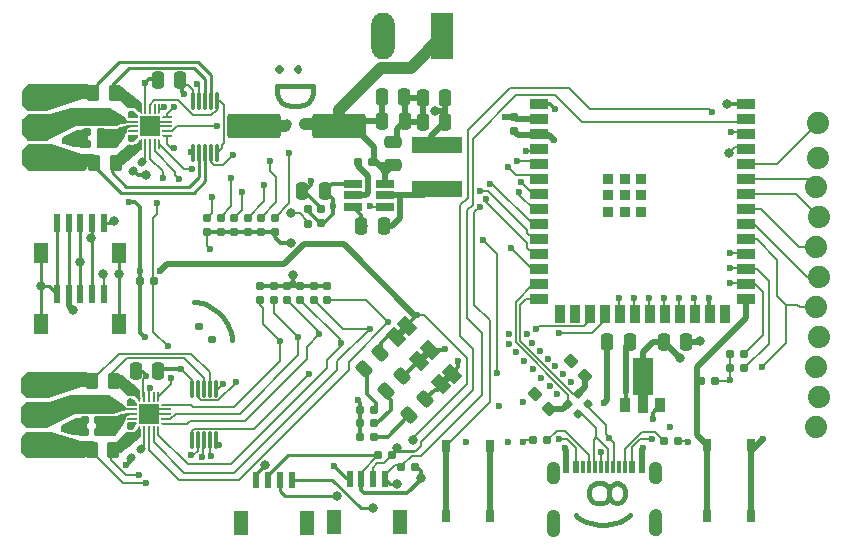
<source format=gbr>
%TF.GenerationSoftware,KiCad,Pcbnew,7.0.2*%
%TF.CreationDate,2024-03-26T23:12:22-04:00*%
%TF.ProjectId,mini_motor_go_V1_rev3,6d696e69-5f6d-46f7-946f-725f676f5f56,rev?*%
%TF.SameCoordinates,Original*%
%TF.FileFunction,Copper,L1,Top*%
%TF.FilePolarity,Positive*%
%FSLAX46Y46*%
G04 Gerber Fmt 4.6, Leading zero omitted, Abs format (unit mm)*
G04 Created by KiCad (PCBNEW 7.0.2) date 2024-03-26 23:12:22*
%MOMM*%
%LPD*%
G01*
G04 APERTURE LIST*
G04 Aperture macros list*
%AMRoundRect*
0 Rectangle with rounded corners*
0 $1 Rounding radius*
0 $2 $3 $4 $5 $6 $7 $8 $9 X,Y pos of 4 corners*
0 Add a 4 corners polygon primitive as box body*
4,1,4,$2,$3,$4,$5,$6,$7,$8,$9,$2,$3,0*
0 Add four circle primitives for the rounded corners*
1,1,$1+$1,$2,$3*
1,1,$1+$1,$4,$5*
1,1,$1+$1,$6,$7*
1,1,$1+$1,$8,$9*
0 Add four rect primitives between the rounded corners*
20,1,$1+$1,$2,$3,$4,$5,0*
20,1,$1+$1,$4,$5,$6,$7,0*
20,1,$1+$1,$6,$7,$8,$9,0*
20,1,$1+$1,$8,$9,$2,$3,0*%
%AMRotRect*
0 Rectangle, with rotation*
0 The origin of the aperture is its center*
0 $1 length*
0 $2 width*
0 $3 Rotation angle, in degrees counterclockwise*
0 Add horizontal line*
21,1,$1,$2,0,0,$3*%
%AMFreePoly0*
4,1,14,0.289644,0.110355,0.410355,-0.010356,0.425000,-0.045711,0.425000,-0.075000,0.410355,-0.110355,0.375000,-0.125000,-0.375000,-0.125000,-0.410355,-0.110355,-0.425000,-0.075000,-0.425000,0.075000,-0.410355,0.110355,-0.375000,0.125000,0.254289,0.125000,0.289644,0.110355,0.289644,0.110355,$1*%
%AMFreePoly1*
4,1,14,0.410355,0.110355,0.425000,0.075000,0.425000,0.045711,0.410355,0.010356,0.289644,-0.110355,0.254289,-0.125000,-0.375000,-0.125000,-0.410355,-0.110355,-0.425000,-0.075000,-0.425000,0.075000,-0.410355,0.110355,-0.375000,0.125000,0.375000,0.125000,0.410355,0.110355,0.410355,0.110355,$1*%
%AMFreePoly2*
4,1,14,0.110355,0.410355,0.125000,0.375000,0.125000,-0.375000,0.110355,-0.410355,0.075000,-0.425000,-0.075000,-0.425000,-0.110355,-0.410355,-0.125000,-0.375000,-0.125000,0.254289,-0.110355,0.289644,0.010356,0.410355,0.045711,0.425000,0.075000,0.425000,0.110355,0.410355,0.110355,0.410355,$1*%
%AMFreePoly3*
4,1,14,-0.010356,0.410355,0.110355,0.289644,0.125000,0.254289,0.125000,-0.375000,0.110355,-0.410355,0.075000,-0.425000,-0.075000,-0.425000,-0.110355,-0.410355,-0.125000,-0.375000,-0.125000,0.375000,-0.110355,0.410355,-0.075000,0.425000,-0.045711,0.425000,-0.010356,0.410355,-0.010356,0.410355,$1*%
%AMFreePoly4*
4,1,14,0.410355,0.110355,0.425000,0.075000,0.425000,-0.075000,0.410355,-0.110355,0.375000,-0.125000,-0.254289,-0.125000,-0.289644,-0.110355,-0.410355,0.010356,-0.425000,0.045711,-0.425000,0.075000,-0.410355,0.110355,-0.375000,0.125000,0.375000,0.125000,0.410355,0.110355,0.410355,0.110355,$1*%
%AMFreePoly5*
4,1,14,0.410355,0.110355,0.425000,0.075000,0.425000,-0.075000,0.410355,-0.110355,0.375000,-0.125000,-0.375000,-0.125000,-0.410355,-0.110355,-0.425000,-0.075000,-0.425000,-0.045711,-0.410355,-0.010356,-0.289644,0.110355,-0.254289,0.125000,0.375000,0.125000,0.410355,0.110355,0.410355,0.110355,$1*%
%AMFreePoly6*
4,1,14,0.110355,0.410355,0.125000,0.375000,0.125000,-0.254289,0.110355,-0.289644,-0.010356,-0.410355,-0.045711,-0.425000,-0.075000,-0.425000,-0.110355,-0.410355,-0.125000,-0.375000,-0.125000,0.375000,-0.110355,0.410355,-0.075000,0.425000,0.075000,0.425000,0.110355,0.410355,0.110355,0.410355,$1*%
%AMFreePoly7*
4,1,14,0.110355,0.410355,0.125000,0.375000,0.125000,-0.375000,0.110355,-0.410355,0.075000,-0.425000,0.045711,-0.425000,0.010356,-0.410355,-0.110355,-0.289644,-0.125000,-0.254289,-0.125000,0.375000,-0.110355,0.410355,-0.075000,0.425000,0.075000,0.425000,0.110355,0.410355,0.110355,0.410355,$1*%
%AMFreePoly8*
4,1,9,3.862500,-0.866500,0.737500,-0.866500,0.737500,-0.450000,-0.737500,-0.450000,-0.737500,0.450000,0.737500,0.450000,0.737500,0.866500,3.862500,0.866500,3.862500,-0.866500,3.862500,-0.866500,$1*%
G04 Aperture macros list end*
%ADD10C,0.400000*%
%TA.AperFunction,NonConductor*%
%ADD11C,0.400000*%
%TD*%
%TA.AperFunction,EtchedComponent*%
%ADD12C,0.010000*%
%TD*%
%TA.AperFunction,SMDPad,CuDef*%
%ADD13RoundRect,0.155000X0.040659X0.259862X-0.259862X-0.040659X-0.040659X-0.259862X0.259862X0.040659X0*%
%TD*%
%TA.AperFunction,SMDPad,CuDef*%
%ADD14RoundRect,0.160000X0.160000X-0.197500X0.160000X0.197500X-0.160000X0.197500X-0.160000X-0.197500X0*%
%TD*%
%TA.AperFunction,SMDPad,CuDef*%
%ADD15RotRect,1.000000X1.500000X45.000000*%
%TD*%
%TA.AperFunction,SMDPad,CuDef*%
%ADD16RoundRect,0.250000X0.250000X0.475000X-0.250000X0.475000X-0.250000X-0.475000X0.250000X-0.475000X0*%
%TD*%
%TA.AperFunction,SMDPad,CuDef*%
%ADD17RoundRect,0.030000X0.120000X-0.695000X0.120000X0.695000X-0.120000X0.695000X-0.120000X-0.695000X0*%
%TD*%
%TA.AperFunction,SMDPad,CuDef*%
%ADD18FreePoly0,90.000000*%
%TD*%
%TA.AperFunction,SMDPad,CuDef*%
%ADD19RoundRect,0.062500X0.062500X-0.362500X0.062500X0.362500X-0.062500X0.362500X-0.062500X-0.362500X0*%
%TD*%
%TA.AperFunction,SMDPad,CuDef*%
%ADD20FreePoly1,90.000000*%
%TD*%
%TA.AperFunction,SMDPad,CuDef*%
%ADD21FreePoly2,90.000000*%
%TD*%
%TA.AperFunction,SMDPad,CuDef*%
%ADD22RoundRect,0.062500X0.362500X-0.062500X0.362500X0.062500X-0.362500X0.062500X-0.362500X-0.062500X0*%
%TD*%
%TA.AperFunction,SMDPad,CuDef*%
%ADD23FreePoly3,90.000000*%
%TD*%
%TA.AperFunction,SMDPad,CuDef*%
%ADD24FreePoly4,90.000000*%
%TD*%
%TA.AperFunction,SMDPad,CuDef*%
%ADD25RoundRect,0.062500X0.062500X-0.350000X0.062500X0.350000X-0.062500X0.350000X-0.062500X-0.350000X0*%
%TD*%
%TA.AperFunction,SMDPad,CuDef*%
%ADD26FreePoly5,90.000000*%
%TD*%
%TA.AperFunction,SMDPad,CuDef*%
%ADD27FreePoly6,90.000000*%
%TD*%
%TA.AperFunction,SMDPad,CuDef*%
%ADD28FreePoly7,90.000000*%
%TD*%
%TA.AperFunction,ComponentPad*%
%ADD29C,0.600000*%
%TD*%
%TA.AperFunction,SMDPad,CuDef*%
%ADD30R,1.700000X1.700000*%
%TD*%
%TA.AperFunction,SMDPad,CuDef*%
%ADD31RoundRect,0.250000X-0.250000X-0.475000X0.250000X-0.475000X0.250000X0.475000X-0.250000X0.475000X0*%
%TD*%
%TA.AperFunction,SMDPad,CuDef*%
%ADD32RoundRect,0.243750X0.150260X-0.494975X0.494975X-0.150260X-0.150260X0.494975X-0.494975X0.150260X0*%
%TD*%
%TA.AperFunction,SMDPad,CuDef*%
%ADD33RoundRect,0.160000X-0.252791X0.026517X0.026517X-0.252791X0.252791X-0.026517X-0.026517X0.252791X0*%
%TD*%
%TA.AperFunction,SMDPad,CuDef*%
%ADD34RoundRect,0.160000X0.197500X0.160000X-0.197500X0.160000X-0.197500X-0.160000X0.197500X-0.160000X0*%
%TD*%
%TA.AperFunction,SMDPad,CuDef*%
%ADD35RoundRect,0.160000X-0.197500X-0.160000X0.197500X-0.160000X0.197500X0.160000X-0.197500X0.160000X0*%
%TD*%
%TA.AperFunction,SMDPad,CuDef*%
%ADD36RoundRect,0.155000X-0.212500X-0.155000X0.212500X-0.155000X0.212500X0.155000X-0.212500X0.155000X0*%
%TD*%
%TA.AperFunction,SMDPad,CuDef*%
%ADD37R,4.200000X1.400000*%
%TD*%
%TA.AperFunction,SMDPad,CuDef*%
%ADD38RoundRect,0.250000X0.262500X0.450000X-0.262500X0.450000X-0.262500X-0.450000X0.262500X-0.450000X0*%
%TD*%
%TA.AperFunction,SMDPad,CuDef*%
%ADD39R,0.600000X1.550000*%
%TD*%
%TA.AperFunction,SMDPad,CuDef*%
%ADD40R,1.200000X1.800000*%
%TD*%
%TA.AperFunction,SMDPad,CuDef*%
%ADD41RoundRect,0.160000X-0.160000X0.197500X-0.160000X-0.197500X0.160000X-0.197500X0.160000X0.197500X0*%
%TD*%
%TA.AperFunction,SMDPad,CuDef*%
%ADD42R,0.599440X1.348740*%
%TD*%
%TA.AperFunction,SMDPad,CuDef*%
%ADD43R,1.198880X1.998980*%
%TD*%
%TA.AperFunction,SMDPad,CuDef*%
%ADD44R,0.700000X1.000000*%
%TD*%
%TA.AperFunction,SMDPad,CuDef*%
%ADD45RoundRect,0.155000X0.212500X0.155000X-0.212500X0.155000X-0.212500X-0.155000X0.212500X-0.155000X0*%
%TD*%
%TA.AperFunction,SMDPad,CuDef*%
%ADD46R,1.500000X0.900000*%
%TD*%
%TA.AperFunction,SMDPad,CuDef*%
%ADD47R,0.900000X1.500000*%
%TD*%
%TA.AperFunction,SMDPad,CuDef*%
%ADD48R,0.900000X0.900000*%
%TD*%
%TA.AperFunction,SMDPad,CuDef*%
%ADD49RoundRect,0.237500X0.380070X-0.044194X-0.044194X0.380070X-0.380070X0.044194X0.044194X-0.380070X0*%
%TD*%
%TA.AperFunction,ComponentPad*%
%ADD50C,1.879600*%
%TD*%
%TA.AperFunction,SMDPad,CuDef*%
%ADD51R,1.560000X0.650000*%
%TD*%
%TA.AperFunction,SMDPad,CuDef*%
%ADD52R,0.600000X1.100000*%
%TD*%
%TA.AperFunction,SMDPad,CuDef*%
%ADD53R,0.300000X1.100000*%
%TD*%
%TA.AperFunction,ComponentPad*%
%ADD54O,0.800000X1.600000*%
%TD*%
%TA.AperFunction,SMDPad,CuDef*%
%ADD55RoundRect,0.250001X1.999999X0.799999X-1.999999X0.799999X-1.999999X-0.799999X1.999999X-0.799999X0*%
%TD*%
%TA.AperFunction,ComponentPad*%
%ADD56R,1.980000X3.960000*%
%TD*%
%TA.AperFunction,ComponentPad*%
%ADD57O,1.980000X3.960000*%
%TD*%
%TA.AperFunction,SMDPad,CuDef*%
%ADD58R,0.900000X1.300000*%
%TD*%
%TA.AperFunction,SMDPad,CuDef*%
%ADD59FreePoly8,90.000000*%
%TD*%
%TA.AperFunction,SMDPad,CuDef*%
%ADD60RoundRect,0.250000X-0.475000X0.250000X-0.475000X-0.250000X0.475000X-0.250000X0.475000X0.250000X0*%
%TD*%
%TA.AperFunction,ViaPad*%
%ADD61C,0.600000*%
%TD*%
%TA.AperFunction,ViaPad*%
%ADD62C,0.800000*%
%TD*%
%TA.AperFunction,Conductor*%
%ADD63C,0.500000*%
%TD*%
%TA.AperFunction,Conductor*%
%ADD64C,1.000000*%
%TD*%
%TA.AperFunction,Conductor*%
%ADD65C,0.300000*%
%TD*%
%TA.AperFunction,Conductor*%
%ADD66C,0.250000*%
%TD*%
%TA.AperFunction,Conductor*%
%ADD67C,0.200000*%
%TD*%
%TA.AperFunction,Conductor*%
%ADD68C,0.152000*%
%TD*%
G04 APERTURE END LIST*
D10*
D11*
X164831428Y-91892857D02*
X164974285Y-91607142D01*
X164974285Y-91607142D02*
X165117142Y-91464285D01*
X165117142Y-91464285D02*
X165402857Y-91321428D01*
X165402857Y-91321428D02*
X165545714Y-91321428D01*
X165545714Y-91321428D02*
X165831428Y-91464285D01*
X165831428Y-91464285D02*
X165974285Y-91607142D01*
X165974285Y-91607142D02*
X166117142Y-91892857D01*
X166117142Y-91892857D02*
X166117142Y-92464285D01*
X166117142Y-92464285D02*
X165974285Y-92750000D01*
X165974285Y-92750000D02*
X165831428Y-92892857D01*
X165831428Y-92892857D02*
X165545714Y-93035714D01*
X165545714Y-93035714D02*
X165402857Y-93035714D01*
X165402857Y-93035714D02*
X165117142Y-92892857D01*
X165117142Y-92892857D02*
X164974285Y-92750000D01*
X164974285Y-92750000D02*
X164831428Y-92464285D01*
X164831428Y-92464285D02*
X164831428Y-91892857D01*
X164831428Y-91892857D02*
X164688571Y-91607142D01*
X164688571Y-91607142D02*
X164545714Y-91464285D01*
X164545714Y-91464285D02*
X164260000Y-91321428D01*
X164260000Y-91321428D02*
X163688571Y-91321428D01*
X163688571Y-91321428D02*
X163402857Y-91464285D01*
X163402857Y-91464285D02*
X163260000Y-91607142D01*
X163260000Y-91607142D02*
X163117142Y-91892857D01*
X163117142Y-91892857D02*
X163117142Y-92464285D01*
X163117142Y-92464285D02*
X163260000Y-92750000D01*
X163260000Y-92750000D02*
X163402857Y-92892857D01*
X163402857Y-92892857D02*
X163688571Y-93035714D01*
X163688571Y-93035714D02*
X164260000Y-93035714D01*
X164260000Y-93035714D02*
X164545714Y-92892857D01*
X164545714Y-92892857D02*
X164688571Y-92750000D01*
X164688571Y-92750000D02*
X164831428Y-92464285D01*
X161974285Y-94035714D02*
X162117142Y-94178571D01*
X162117142Y-94178571D02*
X162545714Y-94464285D01*
X162545714Y-94464285D02*
X162831428Y-94607143D01*
X162831428Y-94607143D02*
X163260000Y-94750000D01*
X163260000Y-94750000D02*
X163974285Y-94892857D01*
X163974285Y-94892857D02*
X164545714Y-94892857D01*
X164545714Y-94892857D02*
X165260000Y-94750000D01*
X165260000Y-94750000D02*
X165688571Y-94607143D01*
X165688571Y-94607143D02*
X165974285Y-94464285D01*
X165974285Y-94464285D02*
X166402857Y-94178571D01*
X166402857Y-94178571D02*
X166545714Y-94035714D01*
D10*
D11*
X131043436Y-79033284D02*
X131245467Y-79033284D01*
X131245467Y-79033284D02*
X131245467Y-79235314D01*
X131245467Y-79235314D02*
X131043436Y-79235314D01*
X131043436Y-79235314D02*
X131043436Y-79033284D01*
X131043436Y-79033284D02*
X131245467Y-79235314D01*
X129932268Y-77922116D02*
X130134299Y-77922116D01*
X130134299Y-77922116D02*
X130134299Y-78124146D01*
X130134299Y-78124146D02*
X129932268Y-78124146D01*
X129932268Y-78124146D02*
X129932268Y-77922116D01*
X129932268Y-77922116D02*
X130134299Y-78124146D01*
X132861710Y-79235314D02*
X132861710Y-79033284D01*
X132861710Y-79033284D02*
X132760695Y-78528208D01*
X132760695Y-78528208D02*
X132659680Y-78225162D01*
X132659680Y-78225162D02*
X132457649Y-77821101D01*
X132457649Y-77821101D02*
X132053588Y-77215009D01*
X132053588Y-77215009D02*
X131649527Y-76810948D01*
X131649527Y-76810948D02*
X131043436Y-76406887D01*
X131043436Y-76406887D02*
X130639375Y-76204857D01*
X130639375Y-76204857D02*
X130336329Y-76103841D01*
X130336329Y-76103841D02*
X129831253Y-76002826D01*
X129831253Y-76002826D02*
X129629222Y-76002826D01*
D10*
D11*
X136992858Y-56284285D02*
X136850001Y-56427142D01*
X136850001Y-56427142D02*
X136707143Y-56284285D01*
X136707143Y-56284285D02*
X136850001Y-56141428D01*
X136850001Y-56141428D02*
X136992858Y-56284285D01*
X136992858Y-56284285D02*
X136707143Y-56284285D01*
X138564286Y-56284285D02*
X138421429Y-56427142D01*
X138421429Y-56427142D02*
X138278572Y-56284285D01*
X138278572Y-56284285D02*
X138421429Y-56141428D01*
X138421429Y-56141428D02*
X138564286Y-56284285D01*
X138564286Y-56284285D02*
X138278572Y-56284285D01*
X136707143Y-57712856D02*
X139707143Y-57712856D01*
X139707143Y-57712856D02*
X139707143Y-58427142D01*
X139707143Y-58427142D02*
X139564286Y-58855713D01*
X139564286Y-58855713D02*
X139278572Y-59141428D01*
X139278572Y-59141428D02*
X138992858Y-59284285D01*
X138992858Y-59284285D02*
X138421429Y-59427142D01*
X138421429Y-59427142D02*
X137992858Y-59427142D01*
X137992858Y-59427142D02*
X137421429Y-59284285D01*
X137421429Y-59284285D02*
X137135715Y-59141428D01*
X137135715Y-59141428D02*
X136850001Y-58855713D01*
X136850001Y-58855713D02*
X136707143Y-58427142D01*
X136707143Y-58427142D02*
X136707143Y-57712856D01*
%TA.AperFunction,EtchedComponent*%
%TO.C,JP1*%
G36*
X151414797Y-82551748D02*
G01*
X151061243Y-82905302D01*
X150636979Y-82481038D01*
X150990533Y-82127484D01*
X151414797Y-82551748D01*
G37*
%TD.AperFunction*%
%TA.AperFunction,EtchedComponent*%
%TO.C,JP3*%
G36*
X147600312Y-78514842D02*
G01*
X147246758Y-78868396D01*
X146822494Y-78444132D01*
X147176048Y-78090578D01*
X147600312Y-78514842D01*
G37*
%TD.AperFunction*%
%TO.C,J11*%
D12*
X160074683Y-89553885D02*
X160100683Y-89555885D01*
X160126683Y-89558885D01*
X160152683Y-89563885D01*
X160177683Y-89569885D01*
X160203683Y-89576885D01*
X160227683Y-89585885D01*
X160251683Y-89595885D01*
X160275683Y-89606885D01*
X160298683Y-89619885D01*
X160320683Y-89633885D01*
X160342683Y-89647885D01*
X160363683Y-89663885D01*
X160383683Y-89680885D01*
X160402683Y-89698885D01*
X160420683Y-89717885D01*
X160437683Y-89737885D01*
X160453683Y-89758885D01*
X160467683Y-89780885D01*
X160481683Y-89802885D01*
X160494683Y-89825885D01*
X160505683Y-89849885D01*
X160515683Y-89873885D01*
X160524683Y-89897885D01*
X160531683Y-89923885D01*
X160537683Y-89948885D01*
X160542683Y-89974885D01*
X160545683Y-90000885D01*
X160547683Y-90026885D01*
X160548683Y-90052885D01*
X160548683Y-90852885D01*
X160547683Y-90878885D01*
X160545683Y-90904885D01*
X160542683Y-90930885D01*
X160537683Y-90956885D01*
X160531683Y-90981885D01*
X160524683Y-91007885D01*
X160515683Y-91031885D01*
X160505683Y-91055885D01*
X160494683Y-91079885D01*
X160481683Y-91102885D01*
X160467683Y-91124885D01*
X160453683Y-91146885D01*
X160437683Y-91167885D01*
X160420683Y-91187885D01*
X160402683Y-91206885D01*
X160383683Y-91224885D01*
X160363683Y-91241885D01*
X160342683Y-91257885D01*
X160320683Y-91271885D01*
X160298683Y-91285885D01*
X160275683Y-91298885D01*
X160251683Y-91309885D01*
X160227683Y-91319885D01*
X160203683Y-91328885D01*
X160177683Y-91335885D01*
X160152683Y-91341885D01*
X160126683Y-91346885D01*
X160100683Y-91349885D01*
X160074683Y-91351885D01*
X160048683Y-91352885D01*
X160022683Y-91351885D01*
X159996683Y-91349885D01*
X159970683Y-91346885D01*
X159944683Y-91341885D01*
X159919683Y-91335885D01*
X159893683Y-91328885D01*
X159869683Y-91319885D01*
X159845683Y-91309885D01*
X159821683Y-91298885D01*
X159798683Y-91285885D01*
X159776683Y-91271885D01*
X159754683Y-91257885D01*
X159733683Y-91241885D01*
X159713683Y-91224885D01*
X159694683Y-91206885D01*
X159676683Y-91187885D01*
X159659683Y-91167885D01*
X159643683Y-91146885D01*
X159629683Y-91124885D01*
X159615683Y-91102885D01*
X159602683Y-91079885D01*
X159591683Y-91055885D01*
X159581683Y-91031885D01*
X159572683Y-91007885D01*
X159565683Y-90981885D01*
X159559683Y-90956885D01*
X159554683Y-90930885D01*
X159551683Y-90904885D01*
X159549683Y-90878885D01*
X159548683Y-90852885D01*
X159548683Y-90052885D01*
X159549683Y-90026885D01*
X159551683Y-90000885D01*
X159554683Y-89974885D01*
X159559683Y-89948885D01*
X159565683Y-89923885D01*
X159572683Y-89897885D01*
X159581683Y-89873885D01*
X159591683Y-89849885D01*
X159602683Y-89825885D01*
X159615683Y-89802885D01*
X159629683Y-89780885D01*
X159643683Y-89758885D01*
X159659683Y-89737885D01*
X159676683Y-89717885D01*
X159694683Y-89698885D01*
X159713683Y-89680885D01*
X159733683Y-89663885D01*
X159754683Y-89647885D01*
X159776683Y-89633885D01*
X159798683Y-89619885D01*
X159821683Y-89606885D01*
X159845683Y-89595885D01*
X159869683Y-89585885D01*
X159893683Y-89576885D01*
X159919683Y-89569885D01*
X159944683Y-89563885D01*
X159970683Y-89558885D01*
X159996683Y-89555885D01*
X160022683Y-89553885D01*
X160048683Y-89552885D01*
X160074683Y-89553885D01*
%TA.AperFunction,EtchedComponent*%
G36*
X160074683Y-89553885D02*
G01*
X160100683Y-89555885D01*
X160126683Y-89558885D01*
X160152683Y-89563885D01*
X160177683Y-89569885D01*
X160203683Y-89576885D01*
X160227683Y-89585885D01*
X160251683Y-89595885D01*
X160275683Y-89606885D01*
X160298683Y-89619885D01*
X160320683Y-89633885D01*
X160342683Y-89647885D01*
X160363683Y-89663885D01*
X160383683Y-89680885D01*
X160402683Y-89698885D01*
X160420683Y-89717885D01*
X160437683Y-89737885D01*
X160453683Y-89758885D01*
X160467683Y-89780885D01*
X160481683Y-89802885D01*
X160494683Y-89825885D01*
X160505683Y-89849885D01*
X160515683Y-89873885D01*
X160524683Y-89897885D01*
X160531683Y-89923885D01*
X160537683Y-89948885D01*
X160542683Y-89974885D01*
X160545683Y-90000885D01*
X160547683Y-90026885D01*
X160548683Y-90052885D01*
X160548683Y-90852885D01*
X160547683Y-90878885D01*
X160545683Y-90904885D01*
X160542683Y-90930885D01*
X160537683Y-90956885D01*
X160531683Y-90981885D01*
X160524683Y-91007885D01*
X160515683Y-91031885D01*
X160505683Y-91055885D01*
X160494683Y-91079885D01*
X160481683Y-91102885D01*
X160467683Y-91124885D01*
X160453683Y-91146885D01*
X160437683Y-91167885D01*
X160420683Y-91187885D01*
X160402683Y-91206885D01*
X160383683Y-91224885D01*
X160363683Y-91241885D01*
X160342683Y-91257885D01*
X160320683Y-91271885D01*
X160298683Y-91285885D01*
X160275683Y-91298885D01*
X160251683Y-91309885D01*
X160227683Y-91319885D01*
X160203683Y-91328885D01*
X160177683Y-91335885D01*
X160152683Y-91341885D01*
X160126683Y-91346885D01*
X160100683Y-91349885D01*
X160074683Y-91351885D01*
X160048683Y-91352885D01*
X160022683Y-91351885D01*
X159996683Y-91349885D01*
X159970683Y-91346885D01*
X159944683Y-91341885D01*
X159919683Y-91335885D01*
X159893683Y-91328885D01*
X159869683Y-91319885D01*
X159845683Y-91309885D01*
X159821683Y-91298885D01*
X159798683Y-91285885D01*
X159776683Y-91271885D01*
X159754683Y-91257885D01*
X159733683Y-91241885D01*
X159713683Y-91224885D01*
X159694683Y-91206885D01*
X159676683Y-91187885D01*
X159659683Y-91167885D01*
X159643683Y-91146885D01*
X159629683Y-91124885D01*
X159615683Y-91102885D01*
X159602683Y-91079885D01*
X159591683Y-91055885D01*
X159581683Y-91031885D01*
X159572683Y-91007885D01*
X159565683Y-90981885D01*
X159559683Y-90956885D01*
X159554683Y-90930885D01*
X159551683Y-90904885D01*
X159549683Y-90878885D01*
X159548683Y-90852885D01*
X159548683Y-90052885D01*
X159549683Y-90026885D01*
X159551683Y-90000885D01*
X159554683Y-89974885D01*
X159559683Y-89948885D01*
X159565683Y-89923885D01*
X159572683Y-89897885D01*
X159581683Y-89873885D01*
X159591683Y-89849885D01*
X159602683Y-89825885D01*
X159615683Y-89802885D01*
X159629683Y-89780885D01*
X159643683Y-89758885D01*
X159659683Y-89737885D01*
X159676683Y-89717885D01*
X159694683Y-89698885D01*
X159713683Y-89680885D01*
X159733683Y-89663885D01*
X159754683Y-89647885D01*
X159776683Y-89633885D01*
X159798683Y-89619885D01*
X159821683Y-89606885D01*
X159845683Y-89595885D01*
X159869683Y-89585885D01*
X159893683Y-89576885D01*
X159919683Y-89569885D01*
X159944683Y-89563885D01*
X159970683Y-89558885D01*
X159996683Y-89555885D01*
X160022683Y-89553885D01*
X160048683Y-89552885D01*
X160074683Y-89553885D01*
G37*
%TD.AperFunction*%
X160079600Y-93601700D02*
X160105600Y-93603700D01*
X160131600Y-93606700D01*
X160157600Y-93611700D01*
X160182600Y-93617700D01*
X160208600Y-93624700D01*
X160232600Y-93633700D01*
X160256600Y-93643700D01*
X160280600Y-93654700D01*
X160303600Y-93667700D01*
X160325600Y-93681700D01*
X160347600Y-93695700D01*
X160368600Y-93711700D01*
X160388600Y-93728700D01*
X160407600Y-93746700D01*
X160425600Y-93765700D01*
X160442600Y-93785700D01*
X160458600Y-93806700D01*
X160472600Y-93828700D01*
X160486600Y-93850700D01*
X160499600Y-93873700D01*
X160510600Y-93897700D01*
X160520600Y-93921700D01*
X160529600Y-93945700D01*
X160536600Y-93971700D01*
X160542600Y-93996700D01*
X160547600Y-94022700D01*
X160550600Y-94048700D01*
X160552600Y-94074700D01*
X160553600Y-94100700D01*
X160553600Y-95300700D01*
X160552600Y-95326700D01*
X160550600Y-95352700D01*
X160547600Y-95378700D01*
X160542600Y-95404700D01*
X160536600Y-95429700D01*
X160529600Y-95455700D01*
X160520600Y-95479700D01*
X160510600Y-95503700D01*
X160499600Y-95527700D01*
X160486600Y-95550700D01*
X160472600Y-95572700D01*
X160458600Y-95594700D01*
X160442600Y-95615700D01*
X160425600Y-95635700D01*
X160407600Y-95654700D01*
X160388600Y-95672700D01*
X160368600Y-95689700D01*
X160347600Y-95705700D01*
X160325600Y-95719700D01*
X160303600Y-95733700D01*
X160280600Y-95746700D01*
X160256600Y-95757700D01*
X160232600Y-95767700D01*
X160208600Y-95776700D01*
X160182600Y-95783700D01*
X160157600Y-95789700D01*
X160131600Y-95794700D01*
X160105600Y-95797700D01*
X160079600Y-95799700D01*
X160053600Y-95800700D01*
X160027600Y-95799700D01*
X160001600Y-95797700D01*
X159975600Y-95794700D01*
X159949600Y-95789700D01*
X159924600Y-95783700D01*
X159898600Y-95776700D01*
X159874600Y-95767700D01*
X159850600Y-95757700D01*
X159826600Y-95746700D01*
X159803600Y-95733700D01*
X159781600Y-95719700D01*
X159759600Y-95705700D01*
X159738600Y-95689700D01*
X159718600Y-95672700D01*
X159699600Y-95654700D01*
X159681600Y-95635700D01*
X159664600Y-95615700D01*
X159648600Y-95594700D01*
X159634600Y-95572700D01*
X159620600Y-95550700D01*
X159607600Y-95527700D01*
X159596600Y-95503700D01*
X159586600Y-95479700D01*
X159577600Y-95455700D01*
X159570600Y-95429700D01*
X159564600Y-95404700D01*
X159559600Y-95378700D01*
X159556600Y-95352700D01*
X159554600Y-95326700D01*
X159553600Y-95300700D01*
X159553600Y-94100700D01*
X159554600Y-94074700D01*
X159556600Y-94048700D01*
X159559600Y-94022700D01*
X159564600Y-93996700D01*
X159570600Y-93971700D01*
X159577600Y-93945700D01*
X159586600Y-93921700D01*
X159596600Y-93897700D01*
X159607600Y-93873700D01*
X159620600Y-93850700D01*
X159634600Y-93828700D01*
X159648600Y-93806700D01*
X159664600Y-93785700D01*
X159681600Y-93765700D01*
X159699600Y-93746700D01*
X159718600Y-93728700D01*
X159738600Y-93711700D01*
X159759600Y-93695700D01*
X159781600Y-93681700D01*
X159803600Y-93667700D01*
X159826600Y-93654700D01*
X159850600Y-93643700D01*
X159874600Y-93633700D01*
X159898600Y-93624700D01*
X159924600Y-93617700D01*
X159949600Y-93611700D01*
X159975600Y-93606700D01*
X160001600Y-93603700D01*
X160027600Y-93601700D01*
X160053600Y-93600700D01*
X160079600Y-93601700D01*
%TA.AperFunction,EtchedComponent*%
G36*
X160079600Y-93601700D02*
G01*
X160105600Y-93603700D01*
X160131600Y-93606700D01*
X160157600Y-93611700D01*
X160182600Y-93617700D01*
X160208600Y-93624700D01*
X160232600Y-93633700D01*
X160256600Y-93643700D01*
X160280600Y-93654700D01*
X160303600Y-93667700D01*
X160325600Y-93681700D01*
X160347600Y-93695700D01*
X160368600Y-93711700D01*
X160388600Y-93728700D01*
X160407600Y-93746700D01*
X160425600Y-93765700D01*
X160442600Y-93785700D01*
X160458600Y-93806700D01*
X160472600Y-93828700D01*
X160486600Y-93850700D01*
X160499600Y-93873700D01*
X160510600Y-93897700D01*
X160520600Y-93921700D01*
X160529600Y-93945700D01*
X160536600Y-93971700D01*
X160542600Y-93996700D01*
X160547600Y-94022700D01*
X160550600Y-94048700D01*
X160552600Y-94074700D01*
X160553600Y-94100700D01*
X160553600Y-95300700D01*
X160552600Y-95326700D01*
X160550600Y-95352700D01*
X160547600Y-95378700D01*
X160542600Y-95404700D01*
X160536600Y-95429700D01*
X160529600Y-95455700D01*
X160520600Y-95479700D01*
X160510600Y-95503700D01*
X160499600Y-95527700D01*
X160486600Y-95550700D01*
X160472600Y-95572700D01*
X160458600Y-95594700D01*
X160442600Y-95615700D01*
X160425600Y-95635700D01*
X160407600Y-95654700D01*
X160388600Y-95672700D01*
X160368600Y-95689700D01*
X160347600Y-95705700D01*
X160325600Y-95719700D01*
X160303600Y-95733700D01*
X160280600Y-95746700D01*
X160256600Y-95757700D01*
X160232600Y-95767700D01*
X160208600Y-95776700D01*
X160182600Y-95783700D01*
X160157600Y-95789700D01*
X160131600Y-95794700D01*
X160105600Y-95797700D01*
X160079600Y-95799700D01*
X160053600Y-95800700D01*
X160027600Y-95799700D01*
X160001600Y-95797700D01*
X159975600Y-95794700D01*
X159949600Y-95789700D01*
X159924600Y-95783700D01*
X159898600Y-95776700D01*
X159874600Y-95767700D01*
X159850600Y-95757700D01*
X159826600Y-95746700D01*
X159803600Y-95733700D01*
X159781600Y-95719700D01*
X159759600Y-95705700D01*
X159738600Y-95689700D01*
X159718600Y-95672700D01*
X159699600Y-95654700D01*
X159681600Y-95635700D01*
X159664600Y-95615700D01*
X159648600Y-95594700D01*
X159634600Y-95572700D01*
X159620600Y-95550700D01*
X159607600Y-95527700D01*
X159596600Y-95503700D01*
X159586600Y-95479700D01*
X159577600Y-95455700D01*
X159570600Y-95429700D01*
X159564600Y-95404700D01*
X159559600Y-95378700D01*
X159556600Y-95352700D01*
X159554600Y-95326700D01*
X159553600Y-95300700D01*
X159553600Y-94100700D01*
X159554600Y-94074700D01*
X159556600Y-94048700D01*
X159559600Y-94022700D01*
X159564600Y-93996700D01*
X159570600Y-93971700D01*
X159577600Y-93945700D01*
X159586600Y-93921700D01*
X159596600Y-93897700D01*
X159607600Y-93873700D01*
X159620600Y-93850700D01*
X159634600Y-93828700D01*
X159648600Y-93806700D01*
X159664600Y-93785700D01*
X159681600Y-93765700D01*
X159699600Y-93746700D01*
X159718600Y-93728700D01*
X159738600Y-93711700D01*
X159759600Y-93695700D01*
X159781600Y-93681700D01*
X159803600Y-93667700D01*
X159826600Y-93654700D01*
X159850600Y-93643700D01*
X159874600Y-93633700D01*
X159898600Y-93624700D01*
X159924600Y-93617700D01*
X159949600Y-93611700D01*
X159975600Y-93606700D01*
X160001600Y-93603700D01*
X160027600Y-93601700D01*
X160053600Y-93600700D01*
X160079600Y-93601700D01*
G37*
%TD.AperFunction*%
X168729600Y-89551700D02*
X168755600Y-89553700D01*
X168781600Y-89556700D01*
X168807600Y-89561700D01*
X168832600Y-89567700D01*
X168858600Y-89574700D01*
X168882600Y-89583700D01*
X168906600Y-89593700D01*
X168930600Y-89604700D01*
X168953600Y-89617700D01*
X168975600Y-89631700D01*
X168997600Y-89645700D01*
X169018600Y-89661700D01*
X169038600Y-89678700D01*
X169057600Y-89696700D01*
X169075600Y-89715700D01*
X169092600Y-89735700D01*
X169108600Y-89756700D01*
X169122600Y-89778700D01*
X169136600Y-89800700D01*
X169149600Y-89823700D01*
X169160600Y-89847700D01*
X169170600Y-89871700D01*
X169179600Y-89895700D01*
X169186600Y-89921700D01*
X169192600Y-89946700D01*
X169197600Y-89972700D01*
X169200600Y-89998700D01*
X169202600Y-90024700D01*
X169203600Y-90050700D01*
X169203600Y-90850700D01*
X169202600Y-90876700D01*
X169200600Y-90902700D01*
X169197600Y-90928700D01*
X169192600Y-90954700D01*
X169186600Y-90979700D01*
X169179600Y-91005700D01*
X169170600Y-91029700D01*
X169160600Y-91053700D01*
X169149600Y-91077700D01*
X169136600Y-91100700D01*
X169122600Y-91122700D01*
X169108600Y-91144700D01*
X169092600Y-91165700D01*
X169075600Y-91185700D01*
X169057600Y-91204700D01*
X169038600Y-91222700D01*
X169018600Y-91239700D01*
X168997600Y-91255700D01*
X168975600Y-91269700D01*
X168953600Y-91283700D01*
X168930600Y-91296700D01*
X168906600Y-91307700D01*
X168882600Y-91317700D01*
X168858600Y-91326700D01*
X168832600Y-91333700D01*
X168807600Y-91339700D01*
X168781600Y-91344700D01*
X168755600Y-91347700D01*
X168729600Y-91349700D01*
X168703600Y-91350700D01*
X168677600Y-91349700D01*
X168651600Y-91347700D01*
X168625600Y-91344700D01*
X168599600Y-91339700D01*
X168574600Y-91333700D01*
X168548600Y-91326700D01*
X168524600Y-91317700D01*
X168500600Y-91307700D01*
X168476600Y-91296700D01*
X168453600Y-91283700D01*
X168431600Y-91269700D01*
X168409600Y-91255700D01*
X168388600Y-91239700D01*
X168368600Y-91222700D01*
X168349600Y-91204700D01*
X168331600Y-91185700D01*
X168314600Y-91165700D01*
X168298600Y-91144700D01*
X168284600Y-91122700D01*
X168270600Y-91100700D01*
X168257600Y-91077700D01*
X168246600Y-91053700D01*
X168236600Y-91029700D01*
X168227600Y-91005700D01*
X168220600Y-90979700D01*
X168214600Y-90954700D01*
X168209600Y-90928700D01*
X168206600Y-90902700D01*
X168204600Y-90876700D01*
X168203600Y-90850700D01*
X168203600Y-90050700D01*
X168204600Y-90024700D01*
X168206600Y-89998700D01*
X168209600Y-89972700D01*
X168214600Y-89946700D01*
X168220600Y-89921700D01*
X168227600Y-89895700D01*
X168236600Y-89871700D01*
X168246600Y-89847700D01*
X168257600Y-89823700D01*
X168270600Y-89800700D01*
X168284600Y-89778700D01*
X168298600Y-89756700D01*
X168314600Y-89735700D01*
X168331600Y-89715700D01*
X168349600Y-89696700D01*
X168368600Y-89678700D01*
X168388600Y-89661700D01*
X168409600Y-89645700D01*
X168431600Y-89631700D01*
X168453600Y-89617700D01*
X168476600Y-89604700D01*
X168500600Y-89593700D01*
X168524600Y-89583700D01*
X168548600Y-89574700D01*
X168574600Y-89567700D01*
X168599600Y-89561700D01*
X168625600Y-89556700D01*
X168651600Y-89553700D01*
X168677600Y-89551700D01*
X168703600Y-89550700D01*
X168729600Y-89551700D01*
%TA.AperFunction,EtchedComponent*%
G36*
X168729600Y-89551700D02*
G01*
X168755600Y-89553700D01*
X168781600Y-89556700D01*
X168807600Y-89561700D01*
X168832600Y-89567700D01*
X168858600Y-89574700D01*
X168882600Y-89583700D01*
X168906600Y-89593700D01*
X168930600Y-89604700D01*
X168953600Y-89617700D01*
X168975600Y-89631700D01*
X168997600Y-89645700D01*
X169018600Y-89661700D01*
X169038600Y-89678700D01*
X169057600Y-89696700D01*
X169075600Y-89715700D01*
X169092600Y-89735700D01*
X169108600Y-89756700D01*
X169122600Y-89778700D01*
X169136600Y-89800700D01*
X169149600Y-89823700D01*
X169160600Y-89847700D01*
X169170600Y-89871700D01*
X169179600Y-89895700D01*
X169186600Y-89921700D01*
X169192600Y-89946700D01*
X169197600Y-89972700D01*
X169200600Y-89998700D01*
X169202600Y-90024700D01*
X169203600Y-90050700D01*
X169203600Y-90850700D01*
X169202600Y-90876700D01*
X169200600Y-90902700D01*
X169197600Y-90928700D01*
X169192600Y-90954700D01*
X169186600Y-90979700D01*
X169179600Y-91005700D01*
X169170600Y-91029700D01*
X169160600Y-91053700D01*
X169149600Y-91077700D01*
X169136600Y-91100700D01*
X169122600Y-91122700D01*
X169108600Y-91144700D01*
X169092600Y-91165700D01*
X169075600Y-91185700D01*
X169057600Y-91204700D01*
X169038600Y-91222700D01*
X169018600Y-91239700D01*
X168997600Y-91255700D01*
X168975600Y-91269700D01*
X168953600Y-91283700D01*
X168930600Y-91296700D01*
X168906600Y-91307700D01*
X168882600Y-91317700D01*
X168858600Y-91326700D01*
X168832600Y-91333700D01*
X168807600Y-91339700D01*
X168781600Y-91344700D01*
X168755600Y-91347700D01*
X168729600Y-91349700D01*
X168703600Y-91350700D01*
X168677600Y-91349700D01*
X168651600Y-91347700D01*
X168625600Y-91344700D01*
X168599600Y-91339700D01*
X168574600Y-91333700D01*
X168548600Y-91326700D01*
X168524600Y-91317700D01*
X168500600Y-91307700D01*
X168476600Y-91296700D01*
X168453600Y-91283700D01*
X168431600Y-91269700D01*
X168409600Y-91255700D01*
X168388600Y-91239700D01*
X168368600Y-91222700D01*
X168349600Y-91204700D01*
X168331600Y-91185700D01*
X168314600Y-91165700D01*
X168298600Y-91144700D01*
X168284600Y-91122700D01*
X168270600Y-91100700D01*
X168257600Y-91077700D01*
X168246600Y-91053700D01*
X168236600Y-91029700D01*
X168227600Y-91005700D01*
X168220600Y-90979700D01*
X168214600Y-90954700D01*
X168209600Y-90928700D01*
X168206600Y-90902700D01*
X168204600Y-90876700D01*
X168203600Y-90850700D01*
X168203600Y-90050700D01*
X168204600Y-90024700D01*
X168206600Y-89998700D01*
X168209600Y-89972700D01*
X168214600Y-89946700D01*
X168220600Y-89921700D01*
X168227600Y-89895700D01*
X168236600Y-89871700D01*
X168246600Y-89847700D01*
X168257600Y-89823700D01*
X168270600Y-89800700D01*
X168284600Y-89778700D01*
X168298600Y-89756700D01*
X168314600Y-89735700D01*
X168331600Y-89715700D01*
X168349600Y-89696700D01*
X168368600Y-89678700D01*
X168388600Y-89661700D01*
X168409600Y-89645700D01*
X168431600Y-89631700D01*
X168453600Y-89617700D01*
X168476600Y-89604700D01*
X168500600Y-89593700D01*
X168524600Y-89583700D01*
X168548600Y-89574700D01*
X168574600Y-89567700D01*
X168599600Y-89561700D01*
X168625600Y-89556700D01*
X168651600Y-89553700D01*
X168677600Y-89551700D01*
X168703600Y-89550700D01*
X168729600Y-89551700D01*
G37*
%TD.AperFunction*%
X168729600Y-93551700D02*
X168755600Y-93553700D01*
X168781600Y-93556700D01*
X168807600Y-93561700D01*
X168832600Y-93567700D01*
X168858600Y-93574700D01*
X168882600Y-93583700D01*
X168906600Y-93593700D01*
X168930600Y-93604700D01*
X168953600Y-93617700D01*
X168975600Y-93631700D01*
X168997600Y-93645700D01*
X169018600Y-93661700D01*
X169038600Y-93678700D01*
X169057600Y-93696700D01*
X169075600Y-93715700D01*
X169092600Y-93735700D01*
X169108600Y-93756700D01*
X169122600Y-93778700D01*
X169136600Y-93800700D01*
X169149600Y-93823700D01*
X169160600Y-93847700D01*
X169170600Y-93871700D01*
X169179600Y-93895700D01*
X169186600Y-93921700D01*
X169192600Y-93946700D01*
X169197600Y-93972700D01*
X169200600Y-93998700D01*
X169202600Y-94024700D01*
X169203600Y-94050700D01*
X169203600Y-95250700D01*
X169202600Y-95276700D01*
X169200600Y-95302700D01*
X169197600Y-95328700D01*
X169192600Y-95354700D01*
X169186600Y-95379700D01*
X169179600Y-95405700D01*
X169170600Y-95429700D01*
X169160600Y-95453700D01*
X169149600Y-95477700D01*
X169136600Y-95500700D01*
X169122600Y-95522700D01*
X169108600Y-95544700D01*
X169092600Y-95565700D01*
X169075600Y-95585700D01*
X169057600Y-95604700D01*
X169038600Y-95622700D01*
X169018600Y-95639700D01*
X168997600Y-95655700D01*
X168975600Y-95669700D01*
X168953600Y-95683700D01*
X168930600Y-95696700D01*
X168906600Y-95707700D01*
X168882600Y-95717700D01*
X168858600Y-95726700D01*
X168832600Y-95733700D01*
X168807600Y-95739700D01*
X168781600Y-95744700D01*
X168755600Y-95747700D01*
X168729600Y-95749700D01*
X168703600Y-95750700D01*
X168677600Y-95749700D01*
X168651600Y-95747700D01*
X168625600Y-95744700D01*
X168599600Y-95739700D01*
X168574600Y-95733700D01*
X168548600Y-95726700D01*
X168524600Y-95717700D01*
X168500600Y-95707700D01*
X168476600Y-95696700D01*
X168453600Y-95683700D01*
X168431600Y-95669700D01*
X168409600Y-95655700D01*
X168388600Y-95639700D01*
X168368600Y-95622700D01*
X168349600Y-95604700D01*
X168331600Y-95585700D01*
X168314600Y-95565700D01*
X168298600Y-95544700D01*
X168284600Y-95522700D01*
X168270600Y-95500700D01*
X168257600Y-95477700D01*
X168246600Y-95453700D01*
X168236600Y-95429700D01*
X168227600Y-95405700D01*
X168220600Y-95379700D01*
X168214600Y-95354700D01*
X168209600Y-95328700D01*
X168206600Y-95302700D01*
X168204600Y-95276700D01*
X168203600Y-95250700D01*
X168203600Y-94050700D01*
X168204600Y-94024700D01*
X168206600Y-93998700D01*
X168209600Y-93972700D01*
X168214600Y-93946700D01*
X168220600Y-93921700D01*
X168227600Y-93895700D01*
X168236600Y-93871700D01*
X168246600Y-93847700D01*
X168257600Y-93823700D01*
X168270600Y-93800700D01*
X168284600Y-93778700D01*
X168298600Y-93756700D01*
X168314600Y-93735700D01*
X168331600Y-93715700D01*
X168349600Y-93696700D01*
X168368600Y-93678700D01*
X168388600Y-93661700D01*
X168409600Y-93645700D01*
X168431600Y-93631700D01*
X168453600Y-93617700D01*
X168476600Y-93604700D01*
X168500600Y-93593700D01*
X168524600Y-93583700D01*
X168548600Y-93574700D01*
X168574600Y-93567700D01*
X168599600Y-93561700D01*
X168625600Y-93556700D01*
X168651600Y-93553700D01*
X168677600Y-93551700D01*
X168703600Y-93550700D01*
X168729600Y-93551700D01*
%TA.AperFunction,EtchedComponent*%
G36*
X168729600Y-93551700D02*
G01*
X168755600Y-93553700D01*
X168781600Y-93556700D01*
X168807600Y-93561700D01*
X168832600Y-93567700D01*
X168858600Y-93574700D01*
X168882600Y-93583700D01*
X168906600Y-93593700D01*
X168930600Y-93604700D01*
X168953600Y-93617700D01*
X168975600Y-93631700D01*
X168997600Y-93645700D01*
X169018600Y-93661700D01*
X169038600Y-93678700D01*
X169057600Y-93696700D01*
X169075600Y-93715700D01*
X169092600Y-93735700D01*
X169108600Y-93756700D01*
X169122600Y-93778700D01*
X169136600Y-93800700D01*
X169149600Y-93823700D01*
X169160600Y-93847700D01*
X169170600Y-93871700D01*
X169179600Y-93895700D01*
X169186600Y-93921700D01*
X169192600Y-93946700D01*
X169197600Y-93972700D01*
X169200600Y-93998700D01*
X169202600Y-94024700D01*
X169203600Y-94050700D01*
X169203600Y-95250700D01*
X169202600Y-95276700D01*
X169200600Y-95302700D01*
X169197600Y-95328700D01*
X169192600Y-95354700D01*
X169186600Y-95379700D01*
X169179600Y-95405700D01*
X169170600Y-95429700D01*
X169160600Y-95453700D01*
X169149600Y-95477700D01*
X169136600Y-95500700D01*
X169122600Y-95522700D01*
X169108600Y-95544700D01*
X169092600Y-95565700D01*
X169075600Y-95585700D01*
X169057600Y-95604700D01*
X169038600Y-95622700D01*
X169018600Y-95639700D01*
X168997600Y-95655700D01*
X168975600Y-95669700D01*
X168953600Y-95683700D01*
X168930600Y-95696700D01*
X168906600Y-95707700D01*
X168882600Y-95717700D01*
X168858600Y-95726700D01*
X168832600Y-95733700D01*
X168807600Y-95739700D01*
X168781600Y-95744700D01*
X168755600Y-95747700D01*
X168729600Y-95749700D01*
X168703600Y-95750700D01*
X168677600Y-95749700D01*
X168651600Y-95747700D01*
X168625600Y-95744700D01*
X168599600Y-95739700D01*
X168574600Y-95733700D01*
X168548600Y-95726700D01*
X168524600Y-95717700D01*
X168500600Y-95707700D01*
X168476600Y-95696700D01*
X168453600Y-95683700D01*
X168431600Y-95669700D01*
X168409600Y-95655700D01*
X168388600Y-95639700D01*
X168368600Y-95622700D01*
X168349600Y-95604700D01*
X168331600Y-95585700D01*
X168314600Y-95565700D01*
X168298600Y-95544700D01*
X168284600Y-95522700D01*
X168270600Y-95500700D01*
X168257600Y-95477700D01*
X168246600Y-95453700D01*
X168236600Y-95429700D01*
X168227600Y-95405700D01*
X168220600Y-95379700D01*
X168214600Y-95354700D01*
X168209600Y-95328700D01*
X168206600Y-95302700D01*
X168204600Y-95276700D01*
X168203600Y-95250700D01*
X168203600Y-94050700D01*
X168204600Y-94024700D01*
X168206600Y-93998700D01*
X168209600Y-93972700D01*
X168214600Y-93946700D01*
X168220600Y-93921700D01*
X168227600Y-93895700D01*
X168236600Y-93871700D01*
X168246600Y-93847700D01*
X168257600Y-93823700D01*
X168270600Y-93800700D01*
X168284600Y-93778700D01*
X168298600Y-93756700D01*
X168314600Y-93735700D01*
X168331600Y-93715700D01*
X168349600Y-93696700D01*
X168368600Y-93678700D01*
X168388600Y-93661700D01*
X168409600Y-93645700D01*
X168431600Y-93631700D01*
X168453600Y-93617700D01*
X168476600Y-93604700D01*
X168500600Y-93593700D01*
X168524600Y-93583700D01*
X168548600Y-93574700D01*
X168574600Y-93567700D01*
X168599600Y-93561700D01*
X168625600Y-93556700D01*
X168651600Y-93553700D01*
X168677600Y-93551700D01*
X168703600Y-93550700D01*
X168729600Y-93551700D01*
G37*
%TD.AperFunction*%
%TA.AperFunction,EtchedComponent*%
%TO.C,JP2*%
G36*
X149531344Y-80551085D02*
G01*
X149177790Y-80904639D01*
X148753526Y-80480375D01*
X149107080Y-80126821D01*
X149531344Y-80551085D01*
G37*
%TD.AperFunction*%
%TD*%
D13*
%TO.P,C2,1,1*%
%TO.N,Net-(U5-VCP)*%
X125134280Y-88444457D03*
%TO.P,C2,2,2*%
%TO.N,+BATT*%
X124331714Y-89247023D03*
%TD*%
D14*
%TO.P,R14,1,1*%
%TO.N,GND*%
X135331749Y-70060966D03*
%TO.P,R14,2,2*%
%TO.N,m1_wl*%
X135331749Y-68865966D03*
%TD*%
D15*
%TO.P,JP1,1,A*%
%TO.N,Net-(D1-A)*%
X150566269Y-82976012D03*
%TO.P,JP1,2,B*%
%TO.N,gpio8*%
X151485507Y-82056774D03*
%TD*%
D16*
%TO.P,C13,1,1*%
%TO.N,Net-(C11-Pad2)*%
X147475000Y-58675000D03*
%TO.P,C13,2,2*%
%TO.N,+BATT*%
X145575000Y-58675000D03*
%TD*%
D17*
%TO.P,U4,1,out_1*%
%TO.N,m1_current_sense_u*%
X129570599Y-63370400D03*
%TO.P,U4,2,in-1*%
%TO.N,Net-(U2-W)*%
X130070599Y-63370400D03*
%TO.P,U4,3,in+1*%
%TO.N,Net-(U4-in+1)*%
X130570599Y-63370400D03*
%TO.P,U4,4,GND*%
%TO.N,GND*%
X131070599Y-63370400D03*
%TO.P,U4,5,ref_1*%
%TO.N,Net-(U2-1.8v_out)*%
X131570599Y-63370400D03*
%TO.P,U4,6,ref_2*%
X131570599Y-58970400D03*
%TO.P,U4,7,in+2*%
%TO.N,Net-(U4-in+2)*%
X131070599Y-58970400D03*
%TO.P,U4,8,in-2*%
%TO.N,Net-(U2-U)*%
X130570599Y-58970400D03*
%TO.P,U4,9,out_2*%
%TO.N,m1_current_sense_w*%
X130070599Y-58970400D03*
%TO.P,U4,10,VS*%
%TO.N,+3.3V*%
X129570599Y-58970400D03*
%TD*%
D18*
%TO.P,U2,1,W*%
%TO.N,Net-(U2-W)*%
X125131600Y-62586400D03*
D19*
%TO.P,U2,2,VCP*%
%TO.N,Net-(U2-VCP)*%
X125531600Y-62586400D03*
%TO.P,U2,3,UH*%
%TO.N,m1_uh*%
X125931600Y-62586400D03*
%TO.P,U2,4,VH*%
%TO.N,m1_vh*%
X126331600Y-62586400D03*
D20*
%TO.P,U2,5,WH*%
%TO.N,m1_wh*%
X126731600Y-62586400D03*
D21*
%TO.P,U2,6,UL*%
%TO.N,m1_ul*%
X127381600Y-61936400D03*
D22*
%TO.P,U2,7,WL*%
%TO.N,m1_wl*%
X127381600Y-61536400D03*
%TO.P,U2,8,GND*%
%TO.N,GND*%
X127381600Y-61136400D03*
%TO.P,U2,9,GND*%
X127381600Y-60736400D03*
D23*
%TO.P,U2,10,VL*%
%TO.N,m1_vl*%
X127381600Y-60336400D03*
D24*
%TO.P,U2,11,VIO/STDBY*%
%TO.N,/motor_controls/standby*%
X126731600Y-59686400D03*
D19*
%TO.P,U2,12,DAIG*%
%TO.N,/motor_controls1/motor_fault_detect*%
X126331600Y-59686400D03*
D25*
%TO.P,U2,13,1.8v_out*%
%TO.N,Net-(U2-1.8v_out)*%
X125931600Y-59698900D03*
D19*
%TO.P,U2,14,GND*%
%TO.N,GND*%
X125531600Y-59686400D03*
D26*
%TO.P,U2,15,U*%
%TO.N,Net-(U2-U)*%
X125131600Y-59686400D03*
D27*
%TO.P,U2,16,BRUV*%
%TO.N,GND*%
X124481600Y-60336400D03*
D22*
%TO.P,U2,17,V*%
%TO.N,Net-(U2-V)*%
X124481600Y-60736400D03*
%TO.P,U2,18,VS*%
%TO.N,+BATT*%
X124481600Y-61136400D03*
%TO.P,U2,19,NC*%
%TO.N,unconnected-(U2-NC-Pad19)*%
X124481600Y-61536400D03*
D28*
%TO.P,U2,20,BRW*%
%TO.N,GND*%
X124481600Y-61936400D03*
D29*
%TO.P,U2,21,PAD*%
X125481600Y-61536400D03*
X126381600Y-61536400D03*
D30*
X125931600Y-61136400D03*
D29*
X125481600Y-60736400D03*
X126381600Y-60736400D03*
%TD*%
D14*
%TO.P,R7,1,1*%
%TO.N,GND*%
X133052632Y-70058317D03*
%TO.P,R7,2,2*%
%TO.N,m1_vh*%
X133052632Y-68863317D03*
%TD*%
D31*
%TO.P,C18,1,1*%
%TO.N,+3.3V*%
X169445000Y-79365000D03*
%TO.P,C18,2,2*%
%TO.N,GND*%
X171345000Y-79365000D03*
%TD*%
D32*
%TO.P,D3,1,K*%
%TO.N,Net-(D3-K)*%
X144042618Y-81685208D03*
%TO.P,D3,2,A*%
%TO.N,Net-(D3-A)*%
X145368444Y-80359382D03*
%TD*%
D31*
%TO.P,C17,1,1*%
%TO.N,+5V*%
X164655001Y-79405000D03*
%TO.P,C17,2,2*%
%TO.N,GND*%
X166555001Y-79405000D03*
%TD*%
D33*
%TO.P,R20,1,1*%
%TO.N,usb_d-*%
X161356561Y-84630176D03*
%TO.P,R20,2,2*%
%TO.N,Net-(J11-DN1)*%
X162201553Y-85475168D03*
%TD*%
D17*
%TO.P,U3,1,out_1*%
%TO.N,m2_current_sense_w*%
X129479524Y-87726458D03*
%TO.P,U3,2,in-1*%
%TO.N,Net-(U3-in-1)*%
X129979524Y-87726458D03*
%TO.P,U3,3,in+1*%
%TO.N,Net-(U3-in+1)*%
X130479524Y-87726458D03*
%TO.P,U3,4,GND*%
%TO.N,GND*%
X130979524Y-87726458D03*
%TO.P,U3,5,ref_1*%
%TO.N,Net-(U3-ref_1)*%
X131479524Y-87726458D03*
%TO.P,U3,6,ref_2*%
X131479524Y-83326458D03*
%TO.P,U3,7,in+2*%
%TO.N,Net-(U3-in+2)*%
X130979524Y-83326458D03*
%TO.P,U3,8,in-2*%
%TO.N,Net-(U3-in-2)*%
X130479524Y-83326458D03*
%TO.P,U3,9,out_2*%
%TO.N,m2_current_sense_u*%
X129979524Y-83326458D03*
%TO.P,U3,10,VS*%
%TO.N,+3.3V*%
X129479524Y-83326458D03*
%TD*%
D16*
%TO.P,C9,1,1*%
%TO.N,+5V*%
X150916079Y-60751361D03*
%TO.P,C9,2,2*%
%TO.N,Net-(C11-Pad2)*%
X149016079Y-60751361D03*
%TD*%
D34*
%TO.P,R25,1,1*%
%TO.N,+3.3V*%
X173781468Y-82714817D03*
%TO.P,R25,2,2*%
%TO.N,Net-(U1-GPIO0{slash}BOOT)*%
X172586468Y-82714817D03*
%TD*%
D35*
%TO.P,R17,1,1*%
%TO.N,Net-(U7-EN)*%
X143572500Y-64182000D03*
%TO.P,R17,2,2*%
%TO.N,+BATT*%
X144767500Y-64182000D03*
%TD*%
D34*
%TO.P,R33,2,2*%
%TO.N,GND*%
X143730100Y-85160104D03*
%TO.P,R33,1,1*%
%TO.N,Net-(D3-K)*%
X144925100Y-85160104D03*
%TD*%
D36*
%TO.P,C6,1,1*%
%TO.N,GND*%
X120616900Y-62664000D03*
%TO.P,C6,2,2*%
%TO.N,+BATT*%
X121751900Y-62664000D03*
%TD*%
D37*
%TO.P,L1,1,1*%
%TO.N,+5V*%
X150223141Y-62751128D03*
%TO.P,L1,2,2*%
%TO.N,Net-(U7-SW)*%
X150223141Y-66451128D03*
%TD*%
D38*
%TO.P,R1,1,1*%
%TO.N,Net-(U3-in-1)*%
X122804801Y-88508832D03*
%TO.P,R1,2,2*%
%TO.N,Net-(U3-in+1)*%
X120979801Y-88508832D03*
%TD*%
D34*
%TO.P,R22,1,1*%
%TO.N,Net-(D2-K)*%
X144932658Y-86282843D03*
%TO.P,R22,2,2*%
%TO.N,GND*%
X143737658Y-86282843D03*
%TD*%
D39*
%TO.P,J12,1,1*%
%TO.N,m2_enc_cs*%
X122035000Y-75300000D03*
%TO.P,J12,2,2*%
%TO.N,enc_scl*%
X121035000Y-75300000D03*
%TO.P,J12,3,3*%
%TO.N,enc_sda*%
X120035000Y-75300000D03*
%TO.P,J12,4,4*%
%TO.N,+3.3V*%
X119035000Y-75300000D03*
%TO.P,J12,5,5*%
%TO.N,GND*%
X118035000Y-75300000D03*
D40*
%TO.P,J12,S1,SHIELD*%
X123335000Y-77825000D03*
%TO.P,J12,S2,SHIELD__1*%
X116735000Y-77825000D03*
%TD*%
D14*
%TO.P,R5,1,1*%
%TO.N,GND*%
X131909969Y-70061889D03*
%TO.P,R5,2,2*%
%TO.N,m1_ul*%
X131909969Y-68866889D03*
%TD*%
D34*
%TO.P,R24,1,1*%
%TO.N,GND*%
X170642456Y-87745727D03*
%TO.P,R24,2,2*%
%TO.N,Net-(J11-CC2)*%
X169447456Y-87745727D03*
%TD*%
D15*
%TO.P,JP3,1,A*%
%TO.N,Net-(D3-A)*%
X146751784Y-78939106D03*
%TO.P,JP3,2,B*%
%TO.N,+3.3V*%
X147671022Y-78019868D03*
%TD*%
D33*
%TO.P,R21,1,1*%
%TO.N,usb_d+*%
X162181073Y-83771645D03*
%TO.P,R21,2,2*%
%TO.N,Net-(J11-DP1)*%
X163026065Y-84616637D03*
%TD*%
D41*
%TO.P,R19,1,1*%
%TO.N,+5V*%
X140401910Y-68155397D03*
%TO.P,R19,2,2*%
%TO.N,Net-(U7-VFB)*%
X140401910Y-69350397D03*
%TD*%
D42*
%TO.P,J5,1,GND*%
%TO.N,GND*%
X134931920Y-91075680D03*
%TO.P,J5,2,VCC*%
%TO.N,+3.3V*%
X135932680Y-91075680D03*
%TO.P,J5,3,SDA*%
%TO.N,sda*%
X136928360Y-91075680D03*
%TO.P,J5,4,SCL*%
%TO.N,scl*%
X137929120Y-91075680D03*
D43*
%TO.P,J5,NC1*%
%TO.N,N/C*%
X139229600Y-94748520D03*
%TO.P,J5,NC2*%
X133631440Y-94748520D03*
%TD*%
D16*
%TO.P,C8,1,1*%
%TO.N,+3.3V*%
X128505000Y-57245000D03*
%TO.P,C8,2,2*%
%TO.N,GND*%
X126605000Y-57245000D03*
%TD*%
D44*
%TO.P,J7,1*%
%TO.N,Net-(U1-GPIO0{slash}BOOT)*%
X173084000Y-94138000D03*
%TO.P,J7,2*%
X173084000Y-88138000D03*
%TO.P,J7,3*%
%TO.N,GND*%
X176784000Y-94138000D03*
%TO.P,J7,4*%
X176784000Y-88138000D03*
%TD*%
D45*
%TO.P,C5,1,1*%
%TO.N,+BATT*%
X121749900Y-61643600D03*
%TO.P,C5,2,2*%
%TO.N,GND*%
X120614900Y-61643600D03*
%TD*%
D16*
%TO.P,C11,1,1*%
%TO.N,+5V*%
X150906078Y-58691361D03*
%TO.P,C11,2,2*%
%TO.N,Net-(C11-Pad2)*%
X149006078Y-58691361D03*
%TD*%
D14*
%TO.P,R9,1,1*%
%TO.N,GND*%
X130769483Y-70064606D03*
%TO.P,R9,2,2*%
%TO.N,m1_uh*%
X130769483Y-68869606D03*
%TD*%
D46*
%TO.P,U1,1,GND*%
%TO.N,GND*%
X158890000Y-59260000D03*
%TO.P,U1,2,3V3*%
%TO.N,+3.3V*%
X158890000Y-60530000D03*
%TO.P,U1,3,EN*%
%TO.N,Net-(U1-EN)*%
X158890000Y-61800000D03*
%TO.P,U1,4,GPIO4/TOUCH4/ADC1_CH3*%
%TO.N,m1_current_sense_w*%
X158890000Y-63070000D03*
%TO.P,U1,5,GPIO5/TOUCH5/ADC1_CH4*%
%TO.N,m1_vl*%
X158890000Y-64340000D03*
%TO.P,U1,6,GPIO6/TOUCH6/ADC1_CH5*%
%TO.N,m1_wl*%
X158890000Y-65610000D03*
%TO.P,U1,7,GPIO7/TOUCH7/ADC1_CH6*%
%TO.N,m1_current_sense_u*%
X158890000Y-66880000D03*
%TO.P,U1,8,GPIO15/U0RTS/ADC2_CH4/XTAL_32K_P*%
%TO.N,m1_ul*%
X158890000Y-68150000D03*
%TO.P,U1,9,GPIO16/U0CTS/ADC2_CH5/XTAL_32K_N*%
%TO.N,m1_wh*%
X158890000Y-69420000D03*
%TO.P,U1,10,GPIO17/U1TXD/ADC2_CH6*%
%TO.N,m1_vh*%
X158890000Y-70690000D03*
%TO.P,U1,11,GPIO18/U1RXD/ADC2_CH7/CLK_OUT3*%
%TO.N,m1_uh*%
X158890000Y-71960000D03*
%TO.P,U1,12,GPIO8/TOUCH8/ADC1_CH7/SUBSPICS1*%
%TO.N,m2_current_sense_u*%
X158890000Y-73230000D03*
%TO.P,U1,13,GPIO19/U1RTS/ADC2_CH8/CLK_OUT2/USB_D-*%
%TO.N,usb_d-*%
X158890000Y-74500000D03*
%TO.P,U1,14,GPIO20/U1CTS/ADC2_CH9/CLK_OUT1/USB_D+*%
%TO.N,usb_d+*%
X158890000Y-75770000D03*
D47*
%TO.P,U1,15,GPIO3/TOUCH3/ADC1_CH2*%
%TO.N,unconnected-(U1-GPIO3{slash}TOUCH3{slash}ADC1_CH2-Pad15)*%
X160655000Y-77020000D03*
%TO.P,U1,16,GPIO46*%
%TO.N,unconnected-(U1-GPIO46-Pad16)*%
X161925000Y-77020000D03*
%TO.P,U1,17,GPIO9/TOUCH9/ADC1_CH8/FSPIHD/SUBSPIHD*%
%TO.N,m2_uh*%
X163195000Y-77020000D03*
%TO.P,U1,18,GPIO10/TOUCH10/ADC1_CH9/FSPICS0/FSPIIO4/SUBSPICS0*%
%TO.N,m2_vh*%
X164465000Y-77020000D03*
%TO.P,U1,19,GPIO11/TOUCH11/ADC2_CH0/FSPID/FSPIIO5/SUBSPID*%
%TO.N,m2_wh*%
X165735000Y-77020000D03*
%TO.P,U1,20,GPIO12/TOUCH12/ADC2_CH1/FSPICLK/FSPIIO6/SUBSPICLK*%
%TO.N,m2_current_sense_w*%
X167005000Y-77020000D03*
%TO.P,U1,21,GPIO13/TOUCH13/ADC2_CH2/FSPIQ/FSPIIO7/SUBSPIQ*%
%TO.N,m2_ul*%
X168275000Y-77020000D03*
%TO.P,U1,22,GPIO14/TOUCH14/ADC2_CH3/FSPIWP/FSPIDQS/SUBSPIWP*%
%TO.N,m2_wl*%
X169545000Y-77020000D03*
%TO.P,U1,23,GPIO21*%
%TO.N,m2_vl*%
X170815000Y-77020000D03*
%TO.P,U1,24,GPIO47/SPICLK_P/SUBSPICLK_P_DIFF*%
%TO.N,gpio47*%
X172085000Y-77020000D03*
%TO.P,U1,25,GPIO48/SPICLK_N/SUBSPICLK_N_DIFF*%
%TO.N,m2_enc_cs*%
X173355000Y-77020000D03*
%TO.P,U1,26,GPIO45*%
%TO.N,unconnected-(U1-GPIO45-Pad26)*%
X174625000Y-77020000D03*
D46*
%TO.P,U1,27,GPIO0/BOOT*%
%TO.N,Net-(U1-GPIO0{slash}BOOT)*%
X176390000Y-75770000D03*
%TO.P,U1,28,SPIIO6/GPIO35/FSPID/SUBSPID*%
%TO.N,enc_sda*%
X176390000Y-74500000D03*
%TO.P,U1,29,SPIIO7/GPIO36/FSPICLK/SUBSPICLK*%
%TO.N,enc_scl*%
X176390000Y-73230000D03*
%TO.P,U1,30,SPIDQS/GPIO37/FSPIQ/SUBSPIQ*%
%TO.N,m1_enc_cs*%
X176390000Y-71960000D03*
%TO.P,U1,31,GPIO38/FSPIWP/SUBSPIWP*%
%TO.N,gpio38*%
X176390000Y-70690000D03*
%TO.P,U1,32,MTCK/GPIO39/CLK_OUT3/SUBSPICS1*%
%TO.N,Net-(J9-Pin_6)*%
X176390000Y-69420000D03*
%TO.P,U1,33,MTDO/GPIO40/CLK_OUT2*%
%TO.N,Net-(J9-Pin_7)*%
X176390000Y-68150000D03*
%TO.P,U1,34,MTDI/GPIO41/CLK_OUT1*%
%TO.N,Net-(J9-Pin_8)*%
X176390000Y-66880000D03*
%TO.P,U1,35,MTMS/GPIO42*%
%TO.N,Net-(J9-Pin_9)*%
X176390000Y-65610000D03*
%TO.P,U1,36,U0RXD/GPIO44/CLK_OUT2*%
%TO.N,Net-(J10-Pin_2)*%
X176390000Y-64340000D03*
%TO.P,U1,37,U0TXD/GPIO43/CLK_OUT1*%
%TO.N,Net-(J10-Pin_1)*%
X176390000Y-63070000D03*
%TO.P,U1,38,GPIO2/TOUCH2/ADC1_CH1*%
%TO.N,sda*%
X176390000Y-61800000D03*
%TO.P,U1,39,GPIO1/TOUCH1/ADC1_CH0*%
%TO.N,scl*%
X176390000Y-60530000D03*
%TO.P,U1,40,GND*%
%TO.N,GND*%
X176390000Y-59260000D03*
D48*
%TO.P,U1,41,GND*%
X164740000Y-65580000D03*
X164740000Y-66980000D03*
X164740000Y-68380000D03*
X166140000Y-65580000D03*
X166140000Y-66980000D03*
X166140000Y-68380000D03*
X167540000Y-65580000D03*
X167540000Y-66980000D03*
X167540000Y-68380000D03*
%TD*%
D32*
%TO.P,D2,1,K*%
%TO.N,Net-(D2-K)*%
X145913411Y-83556001D03*
%TO.P,D2,2,A*%
%TO.N,Net-(D2-A)*%
X147239237Y-82230175D03*
%TD*%
D14*
%TO.P,R10,1,1*%
%TO.N,GND*%
X136472512Y-70058831D03*
%TO.P,R10,2,2*%
%TO.N,m1_vl*%
X136472512Y-68863831D03*
%TD*%
D35*
%TO.P,R23,1,1*%
%TO.N,GND*%
X158335161Y-87723495D03*
%TO.P,R23,2,2*%
%TO.N,Net-(J11-CC1)*%
X159530161Y-87723495D03*
%TD*%
D41*
%TO.P,R11,1,1*%
%TO.N,GND*%
X138669287Y-74616736D03*
%TO.P,R11,2,2*%
%TO.N,m2_wh*%
X138669287Y-75811736D03*
%TD*%
%TO.P,R3,1,1*%
%TO.N,GND*%
X140923006Y-74617427D03*
%TO.P,R3,2,2*%
%TO.N,m2_uh*%
X140923006Y-75812427D03*
%TD*%
D35*
%TO.P,R27,1,1*%
%TO.N,+3.3V*%
X175035536Y-80395264D03*
%TO.P,R27,2,2*%
%TO.N,enc_sda*%
X176230536Y-80395264D03*
%TD*%
%TO.P,R26,1,1*%
%TO.N,+3.3V*%
X175034864Y-81603353D03*
%TO.P,R26,2,2*%
%TO.N,enc_scl*%
X176229864Y-81603353D03*
%TD*%
D45*
%TO.P,C1,1,1*%
%TO.N,+BATT*%
X121565890Y-85977162D03*
%TO.P,C1,2,2*%
%TO.N,GND*%
X120430890Y-85977162D03*
%TD*%
D49*
%TO.P,C20,1,1*%
%TO.N,usb_d-*%
X159722421Y-85046421D03*
%TO.P,C20,2,2*%
%TO.N,GND*%
X158502661Y-83826661D03*
%TD*%
D36*
%TO.P,C3,1,1*%
%TO.N,GND*%
X120435690Y-87000768D03*
%TO.P,C3,2,2*%
%TO.N,+BATT*%
X121570690Y-87000768D03*
%TD*%
D44*
%TO.P,J6,1*%
%TO.N,Net-(U1-EN)*%
X151024197Y-94152726D03*
%TO.P,J6,2*%
X151024197Y-88152726D03*
%TO.P,J6,3*%
%TO.N,GND*%
X154724197Y-94152726D03*
%TO.P,J6,4*%
X154724197Y-88152726D03*
%TD*%
D50*
%TO.P,J2,1,1*%
%TO.N,Net-(U3-in+1)*%
X116174213Y-88112054D03*
%TO.P,J2,2,2*%
%TO.N,Net-(U5-V)*%
X116428213Y-85572054D03*
%TO.P,J2,3,3*%
%TO.N,Net-(U3-in+2)*%
X116174213Y-83032054D03*
%TD*%
D38*
%TO.P,R2,1,1*%
%TO.N,Net-(U3-in-2)*%
X122878683Y-82673249D03*
%TO.P,R2,2,2*%
%TO.N,Net-(U3-in+2)*%
X121053683Y-82673249D03*
%TD*%
D41*
%TO.P,R13,1,1*%
%TO.N,GND*%
X136395397Y-74608928D03*
%TO.P,R13,2,2*%
%TO.N,m2_wl*%
X136395397Y-75803928D03*
%TD*%
D51*
%TO.P,U7,1,GND*%
%TO.N,GND*%
X145856000Y-67934001D03*
%TO.P,U7,2,SW*%
%TO.N,Net-(U7-SW)*%
X145856000Y-66984001D03*
%TO.P,U7,3,Vin*%
%TO.N,+BATT*%
X145856000Y-66034001D03*
%TO.P,U7,4,VFB*%
%TO.N,Net-(U7-VFB)*%
X143156000Y-66034001D03*
%TO.P,U7,5,EN*%
%TO.N,Net-(U7-EN)*%
X143156000Y-66984001D03*
%TO.P,U7,6,VBST*%
%TO.N,Net-(U7-VBST)*%
X143156000Y-67934001D03*
%TD*%
D42*
%TO.P,J3,1,GND*%
%TO.N,GND*%
X142834173Y-90985775D03*
%TO.P,J3,2,VCC*%
%TO.N,+3.3V*%
X143834933Y-90985775D03*
%TO.P,J3,3,SDA*%
%TO.N,sda*%
X144830613Y-90985775D03*
%TO.P,J3,4,SCL*%
%TO.N,scl*%
X145831373Y-90985775D03*
D43*
%TO.P,J3,NC1*%
%TO.N,N/C*%
X147131853Y-94658615D03*
%TO.P,J3,NC2*%
X141533693Y-94658615D03*
%TD*%
D52*
%TO.P,J11,A1_B12,GND_A*%
%TO.N,GND*%
X161170000Y-90000000D03*
%TO.P,J11,A4_B9,VBUS_A*%
%TO.N,+5V*%
X161970000Y-90000000D03*
D53*
%TO.P,J11,A5,CC1*%
%TO.N,Net-(J11-CC1)*%
X163120000Y-90000000D03*
%TO.P,J11,A6,DP1*%
%TO.N,Net-(J11-DP1)*%
X164120000Y-90000000D03*
%TO.P,J11,A7,DN1*%
%TO.N,Net-(J11-DN1)*%
X164620000Y-90000000D03*
%TO.P,J11,A8,SBU1*%
%TO.N,unconnected-(J11-SBU1-PadA8)*%
X165620000Y-90000000D03*
D52*
%TO.P,J11,B1_A12,GND_B*%
%TO.N,GND*%
X167570000Y-90000000D03*
%TO.P,J11,B4_A9,VBUS_B*%
%TO.N,+5V*%
X166770000Y-90000000D03*
D53*
%TO.P,J11,B5,CC2*%
%TO.N,Net-(J11-CC2)*%
X166120000Y-90000000D03*
%TO.P,J11,B6,DP2*%
%TO.N,Net-(J11-DP1)*%
X165120000Y-90000000D03*
%TO.P,J11,B7,DN2*%
%TO.N,Net-(J11-DN1)*%
X163620000Y-90000000D03*
%TO.P,J11,B8,SBU2*%
%TO.N,unconnected-(J11-SBU2-PadB8)*%
X162620000Y-90000000D03*
D54*
%TO.P,J11,S1,SHELL_GND*%
%TO.N,unconnected-(J11-SHELL_GND-PadS1)*%
X160053600Y-94650700D03*
%TO.P,J11,S2,SHELL_GND*%
%TO.N,unconnected-(J11-SHELL_GND-PadS2)*%
X168703600Y-90450700D03*
%TO.P,J11,S3,SHELL_GND*%
%TO.N,unconnected-(J11-SHELL_GND-PadS3)*%
X160053600Y-90450700D03*
%TO.P,J11,S4,SHELL_GND*%
%TO.N,unconnected-(J11-SHELL_GND-PadS4)*%
X168703600Y-94650700D03*
%TD*%
D50*
%TO.P,J10,1,Pin_1*%
%TO.N,Net-(J10-Pin_1)*%
X182515000Y-63777800D03*
%TO.P,J10,2,Pin_2*%
%TO.N,Net-(J10-Pin_2)*%
X182515000Y-60882200D03*
%TD*%
D35*
%TO.P,R29,1,1*%
%TO.N,+3.3V*%
X145240150Y-88987791D03*
%TO.P,R29,2,2*%
%TO.N,sda*%
X146435150Y-88987791D03*
%TD*%
%TO.P,R31,1,1*%
%TO.N,+3.3V*%
X125072469Y-74246958D03*
%TO.P,R31,2,2*%
%TO.N,/motor_controls/standby*%
X126267469Y-74246958D03*
%TD*%
D39*
%TO.P,J13,1,1*%
%TO.N,m1_enc_cs*%
X122037570Y-69301563D03*
%TO.P,J13,2,2*%
%TO.N,enc_scl*%
X121037570Y-69301563D03*
%TO.P,J13,3,3*%
%TO.N,enc_sda*%
X120037570Y-69301563D03*
%TO.P,J13,4,4*%
%TO.N,+3.3V*%
X119037570Y-69301563D03*
%TO.P,J13,5,5*%
%TO.N,GND*%
X118037570Y-69301563D03*
D40*
%TO.P,J13,S1,SHIELD*%
X123337570Y-71826563D03*
%TO.P,J13,S2,SHIELD__1*%
X116737570Y-71826563D03*
%TD*%
D41*
%TO.P,R30,1,1*%
%TO.N,+3.3V*%
X156723042Y-60354469D03*
%TO.P,R30,2,2*%
%TO.N,Net-(U1-EN)*%
X156723042Y-61549469D03*
%TD*%
D38*
%TO.P,R15,1,1*%
%TO.N,Net-(U2-W)*%
X123014799Y-64202415D03*
%TO.P,R15,2,2*%
%TO.N,Net-(U4-in+1)*%
X121189799Y-64202415D03*
%TD*%
D55*
%TO.P,C10,1,+*%
%TO.N,+BATT*%
X141935605Y-61085748D03*
%TO.P,C10,2,-*%
%TO.N,GND*%
X134735605Y-61085748D03*
%TD*%
D15*
%TO.P,JP2,1,A*%
%TO.N,Net-(D2-A)*%
X148682816Y-80975349D03*
%TO.P,JP2,2,B*%
%TO.N,gpio38*%
X149602054Y-80056111D03*
%TD*%
D49*
%TO.P,C19,1,1*%
%TO.N,usb_d+*%
X162791634Y-82231208D03*
%TO.P,C19,2,2*%
%TO.N,GND*%
X161571874Y-81011448D03*
%TD*%
D41*
%TO.P,R6,1,1*%
%TO.N,GND*%
X139819775Y-74626944D03*
%TO.P,R6,2,2*%
%TO.N,m2_vh*%
X139819775Y-75821944D03*
%TD*%
D34*
%TO.P,R32,1,1*%
%TO.N,Net-(D1-K)*%
X144924463Y-87422886D03*
%TO.P,R32,2,2*%
%TO.N,GND*%
X143729463Y-87422886D03*
%TD*%
D31*
%TO.P,C16,1,1*%
%TO.N,+5V*%
X138820000Y-66616001D03*
%TO.P,C16,2,2*%
%TO.N,Net-(U7-VFB)*%
X140720000Y-66616001D03*
%TD*%
D32*
%TO.P,D1,2,A*%
%TO.N,Net-(D1-A)*%
X149216663Y-84207601D03*
%TO.P,D1,1,K*%
%TO.N,Net-(D1-K)*%
X147890837Y-85533427D03*
%TD*%
D14*
%TO.P,R12,1,1*%
%TO.N,GND*%
X134192940Y-70059409D03*
%TO.P,R12,2,2*%
%TO.N,m1_wh*%
X134192940Y-68864409D03*
%TD*%
D13*
%TO.P,C7,1,1*%
%TO.N,Net-(U2-VCP)*%
X125290615Y-64145637D03*
%TO.P,C7,2,2*%
%TO.N,+BATT*%
X124488049Y-64948203D03*
%TD*%
D38*
%TO.P,R16,1,1*%
%TO.N,Net-(U2-U)*%
X122970423Y-58313966D03*
%TO.P,R16,2,2*%
%TO.N,Net-(U4-in+2)*%
X121145423Y-58313966D03*
%TD*%
D16*
%TO.P,C12,1,1*%
%TO.N,Net-(C11-Pad2)*%
X147485000Y-60715000D03*
%TO.P,C12,2,2*%
%TO.N,+BATT*%
X145585000Y-60715000D03*
%TD*%
D18*
%TO.P,U5,1,W*%
%TO.N,Net-(U3-in-1)*%
X125039938Y-86944093D03*
D19*
%TO.P,U5,2,VCP*%
%TO.N,Net-(U5-VCP)*%
X125439938Y-86944093D03*
%TO.P,U5,3,UH*%
%TO.N,m2_uh*%
X125839938Y-86944093D03*
%TO.P,U5,4,VH*%
%TO.N,m2_vh*%
X126239938Y-86944093D03*
D20*
%TO.P,U5,5,WH*%
%TO.N,m2_wh*%
X126639938Y-86944093D03*
D21*
%TO.P,U5,6,UL*%
%TO.N,m2_ul*%
X127289938Y-86294093D03*
D22*
%TO.P,U5,7,WL*%
%TO.N,m2_wl*%
X127289938Y-85894093D03*
%TO.P,U5,8,GND*%
%TO.N,GND*%
X127289938Y-85494093D03*
%TO.P,U5,9,GND*%
X127289938Y-85094093D03*
D23*
%TO.P,U5,10,VL*%
%TO.N,m2_vl*%
X127289938Y-84694093D03*
D24*
%TO.P,U5,11,VIO/STDBY*%
%TO.N,/motor_controls/standby*%
X126639938Y-84044093D03*
D19*
%TO.P,U5,12,DAIG*%
%TO.N,/motor_controls/motor_fault_detect*%
X126239938Y-84044093D03*
D25*
%TO.P,U5,13,1.8v_out*%
%TO.N,Net-(U3-ref_1)*%
X125839938Y-84056593D03*
D19*
%TO.P,U5,14,GND*%
%TO.N,GND*%
X125439938Y-84044093D03*
D26*
%TO.P,U5,15,U*%
%TO.N,Net-(U3-in-2)*%
X125039938Y-84044093D03*
D27*
%TO.P,U5,16,BRUV*%
%TO.N,GND*%
X124389938Y-84694093D03*
D22*
%TO.P,U5,17,V*%
%TO.N,Net-(U5-V)*%
X124389938Y-85094093D03*
%TO.P,U5,18,VS*%
%TO.N,+BATT*%
X124389938Y-85494093D03*
%TO.P,U5,19,NC*%
%TO.N,unconnected-(U5-NC-Pad19)*%
X124389938Y-85894093D03*
D28*
%TO.P,U5,20,BRW*%
%TO.N,GND*%
X124389938Y-86294093D03*
D29*
%TO.P,U5,21,PAD*%
X125389938Y-85894093D03*
X126289938Y-85894093D03*
D30*
X125839938Y-85494093D03*
D29*
X125389938Y-85094093D03*
X126289938Y-85094093D03*
%TD*%
D34*
%TO.P,R28,1,1*%
%TO.N,+3.3V*%
X148409250Y-89929808D03*
%TO.P,R28,2,2*%
%TO.N,scl*%
X147214250Y-89929808D03*
%TD*%
D16*
%TO.P,C4,1,1*%
%TO.N,+3.3V*%
X126625000Y-81815000D03*
%TO.P,C4,2,2*%
%TO.N,GND*%
X124725000Y-81815000D03*
%TD*%
D56*
%TO.P,J8,1,+*%
%TO.N,+BATT*%
X150668062Y-53472238D03*
D57*
%TO.P,J8,2,-*%
%TO.N,GND*%
X145668062Y-53472238D03*
%TD*%
D50*
%TO.P,J1,1,1*%
%TO.N,Net-(U4-in+1)*%
X116257000Y-63754000D03*
%TO.P,J1,2,2*%
%TO.N,Net-(U2-V)*%
X116511000Y-61214000D03*
%TO.P,J1,3,3*%
%TO.N,Net-(U4-in+2)*%
X116257000Y-58674000D03*
%TD*%
D41*
%TO.P,R8,1,1*%
%TO.N,GND*%
X135252962Y-74610975D03*
%TO.P,R8,2,2*%
%TO.N,m2_vl*%
X135252962Y-75805975D03*
%TD*%
D16*
%TO.P,C15,1,1*%
%TO.N,Net-(U7-SW)*%
X145722000Y-69528000D03*
%TO.P,C15,2,2*%
%TO.N,Net-(U7-VBST)*%
X143822000Y-69528000D03*
%TD*%
D50*
%TO.P,J9,1,Pin_1*%
%TO.N,+3.3V*%
X182344000Y-86610000D03*
%TO.P,J9,2,Pin_2*%
%TO.N,+5V*%
X182598000Y-84070000D03*
%TO.P,J9,3,Pin_3*%
%TO.N,GND*%
X182344000Y-81530000D03*
%TO.P,J9,4,Pin_4*%
%TO.N,gpio47*%
X182598000Y-78990000D03*
%TO.P,J9,5,Pin_5*%
%TO.N,gpio38*%
X182344000Y-76450000D03*
%TO.P,J9,6,Pin_6*%
%TO.N,Net-(J9-Pin_6)*%
X182598000Y-73910000D03*
%TO.P,J9,7,Pin_7*%
%TO.N,Net-(J9-Pin_7)*%
X182344000Y-71370000D03*
%TO.P,J9,8,Pin_8*%
%TO.N,Net-(J9-Pin_8)*%
X182598000Y-68830000D03*
%TO.P,J9,9,Pin_9*%
%TO.N,Net-(J9-Pin_9)*%
X182344000Y-66290000D03*
%TD*%
D58*
%TO.P,U6,1,adj*%
%TO.N,GND*%
X166140001Y-84754000D03*
D59*
%TO.P,U6,2,out*%
%TO.N,+3.3V*%
X167640001Y-84666500D03*
D58*
%TO.P,U6,3,in*%
%TO.N,+5V*%
X169140001Y-84754000D03*
%TD*%
D60*
%TO.P,C14,1,1*%
%TO.N,Net-(C11-Pad2)*%
X146465000Y-62495000D03*
%TO.P,C14,2,2*%
%TO.N,+BATT*%
X146465000Y-64395000D03*
%TD*%
D14*
%TO.P,R18,1,1*%
%TO.N,GND*%
X139324867Y-69361496D03*
%TO.P,R18,2,2*%
%TO.N,Net-(U7-VFB)*%
X139324867Y-68166496D03*
%TD*%
D41*
%TO.P,R4,1,1*%
%TO.N,GND*%
X137516133Y-74612031D03*
%TO.P,R4,2,2*%
%TO.N,m2_ul*%
X137516133Y-75807031D03*
%TD*%
D61*
%TO.N,+BATT*%
X122642802Y-86943201D03*
D62*
X125624500Y-65250000D03*
X139050000Y-60930000D03*
D61*
X123931436Y-89838564D03*
X122732800Y-62585600D03*
X122732800Y-61772800D03*
X122642802Y-86130401D03*
%TO.N,GND*%
X161544000Y-81026000D03*
X158328060Y-81671940D03*
X166274001Y-83563600D03*
D62*
X164740000Y-66980000D03*
D61*
X118782002Y-86689201D03*
X154686000Y-94234000D03*
D62*
X164740000Y-68380000D03*
D61*
X161590842Y-82809158D03*
X124401600Y-62188400D03*
D62*
X116735000Y-74676000D03*
D61*
X157628060Y-80971940D03*
X159044166Y-82433634D03*
D62*
X166140000Y-65580000D03*
D61*
X159590842Y-80809158D03*
D62*
X123337570Y-73660000D03*
D61*
X171450000Y-87884000D03*
D62*
X135689493Y-89801810D03*
D61*
X159778060Y-83121940D03*
D62*
X166140000Y-68380000D03*
D61*
X177800000Y-87600000D03*
X157480000Y-87884000D03*
X131000000Y-71500000D03*
D62*
X137520000Y-60904365D03*
D61*
X132956940Y-63543060D03*
X157825500Y-78750000D03*
X124351602Y-84426001D03*
D62*
X164735137Y-65597355D03*
D61*
X156878060Y-80221940D03*
D62*
X137900000Y-70975500D03*
X166140000Y-66980000D03*
D61*
X143500000Y-84300000D03*
X160419981Y-83809449D03*
D62*
X167540000Y-66980000D03*
D61*
X156342637Y-79578908D03*
D62*
X167540000Y-68380000D03*
X174800000Y-59200000D03*
D61*
X141524000Y-89900000D03*
X119727546Y-62136006D03*
D62*
X138000000Y-73750000D03*
D61*
X158496000Y-83820000D03*
X124311602Y-86546001D03*
X124441600Y-60068400D03*
X125625500Y-82290000D03*
X160890842Y-82109158D03*
X118872000Y-62331600D03*
X161036000Y-88392000D03*
X144559980Y-67875500D03*
D62*
X167540000Y-65580000D03*
D61*
X158283364Y-79501678D03*
X167640000Y-88392000D03*
X160200000Y-59700000D03*
D62*
X172530000Y-79340000D03*
D61*
X131114800Y-89013600D03*
X119637548Y-86493607D03*
X156322500Y-78680558D03*
X125490000Y-57470000D03*
D62*
X137900000Y-68500000D03*
D61*
X158940842Y-80159158D03*
X160190842Y-81409158D03*
X154686000Y-89300000D03*
D62*
%TO.N,+3.3V*%
X148185362Y-87725395D03*
X148844000Y-90932000D03*
D61*
X156000000Y-60300000D03*
X125476000Y-79006000D03*
X148500000Y-77100000D03*
D62*
X119380000Y-76708000D03*
D61*
X175000000Y-82600000D03*
X125072469Y-73406000D03*
X128778000Y-58420000D03*
X128590000Y-81710000D03*
X126746000Y-73406000D03*
D62*
X170830000Y-80730000D03*
D61*
X124129800Y-67538600D03*
%TO.N,Net-(U3-in-1)*%
X125000000Y-90673500D03*
X129427830Y-88977500D03*
%TO.N,Net-(U3-in+1)*%
X130327526Y-89152900D03*
X125600000Y-91350000D03*
%TO.N,Net-(U3-ref_1)*%
X131775200Y-88073800D03*
X132100000Y-82950000D03*
X125943348Y-83248850D03*
%TO.N,/motor_controls/standby*%
X127421731Y-79763000D03*
X126492000Y-67640200D03*
X127104261Y-59503500D03*
X127740000Y-82470000D03*
%TO.N,+5V*%
X160528000Y-87630000D03*
X169926000Y-86614000D03*
X157480000Y-84455000D03*
X139599292Y-65785500D03*
X156210000Y-87884000D03*
X164338000Y-84582000D03*
X168500000Y-85900000D03*
X152654000Y-87884000D03*
D62*
X150070000Y-59790000D03*
D61*
X168402000Y-87630000D03*
X155448000Y-84836000D03*
%TO.N,Net-(U7-VFB)*%
X141400000Y-67900000D03*
D62*
%TO.N,m1_enc_cs*%
X122851991Y-69148009D03*
D61*
X175006000Y-71882000D03*
D62*
%TO.N,m2_enc_cs*%
X121920000Y-73660000D03*
D61*
X173228000Y-75692000D03*
%TO.N,m2_uh*%
X158600000Y-78300000D03*
X146106940Y-77706940D03*
%TO.N,m2_ul*%
X140250000Y-78750000D03*
X168148000Y-75692000D03*
%TO.N,m2_vh*%
X144531940Y-78281940D03*
X160600000Y-78621500D03*
%TO.N,m2_vl*%
X136900000Y-79300000D03*
X170688000Y-75692000D03*
%TO.N,m2_wh*%
X165608000Y-75692000D03*
X142113440Y-79513440D03*
%TO.N,m2_wl*%
X138500000Y-79000000D03*
X169418000Y-75692000D03*
%TO.N,m1_uh*%
X131150000Y-67150000D03*
X127000000Y-65500000D03*
X154391439Y-67300500D03*
%TO.N,m1_ul*%
X157200000Y-66700000D03*
X132789823Y-65500000D03*
X127939800Y-62941200D03*
%TO.N,m1_vh*%
X133700000Y-66700000D03*
X128400000Y-65618700D03*
X153900000Y-66585969D03*
%TO.N,m1_vl*%
X157000000Y-64075500D03*
X137700000Y-63400000D03*
X127939800Y-59503500D03*
%TO.N,m1_wh*%
X135600000Y-66075500D03*
X129446099Y-64700000D03*
X154693060Y-66006940D03*
%TO.N,m1_wl*%
X136100000Y-64100000D03*
X156200000Y-64600000D03*
X131600000Y-61100000D03*
%TO.N,Net-(J11-DP1)*%
X164800000Y-87517500D03*
X164126101Y-88722573D03*
%TO.N,Net-(U1-EN)*%
X160100000Y-62300000D03*
X153860000Y-67924500D03*
%TO.N,m2_current_sense_u*%
X133200000Y-82750000D03*
X156464000Y-71460500D03*
%TO.N,m2_current_sense_w*%
X139400000Y-82100000D03*
X166878000Y-75692000D03*
D62*
%TO.N,Net-(J10-Pin_1)*%
X174940000Y-63420000D03*
D61*
%TO.N,m1_current_sense_w*%
X129908326Y-57568045D03*
X157734000Y-63246000D03*
%TO.N,m1_current_sense_u*%
X129421099Y-63280167D03*
X157325503Y-65828100D03*
%TO.N,enc_scl*%
X175006000Y-73152000D03*
D62*
X120904000Y-70612000D03*
%TO.N,enc_sda*%
X120037570Y-72644000D03*
D61*
X175006000Y-74422000D03*
D62*
%TO.N,sda*%
X141732000Y-92456000D03*
D61*
X175125750Y-61574250D03*
D62*
X146812000Y-88392000D03*
D61*
X173482000Y-59930500D03*
D62*
%TO.N,scl*%
X146812000Y-91440000D03*
X144780000Y-93472000D03*
D61*
%TO.N,gpio38*%
X177770000Y-81480000D03*
X150900000Y-80010000D03*
%TO.N,gpio47*%
X154144667Y-70779500D03*
X152000000Y-81000000D03*
X155299500Y-82000000D03*
X171958000Y-75692000D03*
%TD*%
D63*
%TO.N,+BATT*%
X143105748Y-61085748D02*
X144920000Y-62900000D01*
D64*
X147988062Y-56152238D02*
X145507762Y-56152238D01*
X150668062Y-53472238D02*
X147988062Y-56152238D01*
D65*
X123931436Y-89838564D02*
X123931436Y-89822265D01*
D63*
X145575000Y-60705000D02*
X145585000Y-60715000D01*
D66*
X124588049Y-64898049D02*
X124588049Y-64848203D01*
D65*
X124940000Y-65250000D02*
X124588049Y-64898049D01*
D63*
X141500000Y-60930000D02*
X141655748Y-61085748D01*
X145057500Y-64162000D02*
X145856000Y-64960500D01*
X141935605Y-61085748D02*
X143105748Y-61085748D01*
D65*
X125624500Y-65250000D02*
X124940000Y-65250000D01*
D63*
X145899500Y-64960500D02*
X146465000Y-64395000D01*
X142306353Y-60715000D02*
X141935605Y-61085748D01*
D64*
X145507762Y-56152238D02*
X141935605Y-59724395D01*
D66*
X124498051Y-89255650D02*
X124498051Y-89205804D01*
D64*
X141935605Y-59724395D02*
X141935605Y-61085748D01*
D63*
X145856000Y-64960500D02*
X145899500Y-64960500D01*
X144920000Y-64024500D02*
X145057500Y-64162000D01*
X145575000Y-58675000D02*
X145575000Y-60705000D01*
X141655748Y-61085748D02*
X141935605Y-61085748D01*
X145585000Y-60715000D02*
X142306353Y-60715000D01*
X146465000Y-64395000D02*
X145290500Y-64395000D01*
D64*
X139050000Y-60930000D02*
X141500000Y-60930000D01*
D63*
X145290500Y-64395000D02*
X144920000Y-64024500D01*
X145856000Y-64960500D02*
X145856000Y-66034001D01*
X144920000Y-62900000D02*
X144920000Y-64024500D01*
D65*
X123931436Y-89822265D02*
X124498051Y-89255650D01*
D66*
%TO.N,GND*%
X125275000Y-81815000D02*
X124725000Y-81815000D01*
D67*
X130769483Y-70064606D02*
X130775258Y-70058831D01*
D65*
X142773400Y-90932000D02*
X142556000Y-90932000D01*
D68*
X132956940Y-63543060D02*
X132128600Y-64371400D01*
D63*
X176784000Y-88616000D02*
X177800000Y-87600000D01*
D64*
X137338617Y-61085748D02*
X134735605Y-61085748D01*
D65*
X130775258Y-70058831D02*
X136472512Y-70058831D01*
X161170000Y-88526000D02*
X161036000Y-88392000D01*
X159760000Y-59260000D02*
X158890000Y-59260000D01*
D66*
X116735000Y-74676000D02*
X117411000Y-74676000D01*
D63*
X167570000Y-89770000D02*
X167570000Y-88462000D01*
D66*
X134931920Y-90559383D02*
X135689493Y-89801810D01*
D65*
X137516133Y-74612031D02*
X137637969Y-74612031D01*
D63*
X172505000Y-79365000D02*
X172530000Y-79340000D01*
D66*
X116735000Y-74676000D02*
X116735000Y-77825000D01*
D68*
X171450000Y-87884000D02*
X171311727Y-87745727D01*
D65*
X138000000Y-73750000D02*
X138000000Y-74250000D01*
D68*
X171311727Y-87745727D02*
X170642456Y-87745727D01*
D66*
X117411000Y-74676000D02*
X118035000Y-75300000D01*
D65*
X138000000Y-74250000D02*
X138000000Y-74128164D01*
D66*
X125625500Y-82165500D02*
X125275000Y-81815000D01*
X123337570Y-77822430D02*
X123335000Y-77825000D01*
D65*
X138000000Y-74128164D02*
X138000000Y-73750000D01*
X174800000Y-59200000D02*
X176330000Y-59200000D01*
D63*
X171345000Y-79365000D02*
X172505000Y-79365000D01*
D68*
X137900000Y-68500000D02*
X138633371Y-68500000D01*
D66*
X118037570Y-75297430D02*
X118035000Y-75300000D01*
D65*
X125840000Y-57120000D02*
X126480000Y-57120000D01*
D67*
X144559980Y-67875500D02*
X144618481Y-67934001D01*
D65*
X136500000Y-70086319D02*
X136500000Y-70500000D01*
X126480000Y-57120000D02*
X126605000Y-57245000D01*
D63*
X166274001Y-79686000D02*
X166274001Y-83563600D01*
X176784000Y-94138000D02*
X176784000Y-88616000D01*
D65*
X137637969Y-74612031D02*
X138000000Y-74250000D01*
D66*
X134931920Y-91075680D02*
X134931920Y-90559383D01*
D65*
X176330000Y-59200000D02*
X176390000Y-59260000D01*
D67*
X144618481Y-67934001D02*
X145856000Y-67934001D01*
D68*
X130980601Y-88879401D02*
X130980601Y-87728001D01*
X132128600Y-64371400D02*
X131323850Y-64371400D01*
D63*
X154724197Y-94152726D02*
X154686000Y-94234000D01*
X137520000Y-60904365D02*
X137338617Y-61085748D01*
D68*
X126539938Y-85094093D02*
X126389938Y-84944093D01*
D63*
X166555001Y-79405000D02*
X166274001Y-79686000D01*
D68*
X126631600Y-60736400D02*
X126481600Y-60586400D01*
D65*
X143729463Y-84529463D02*
X143500000Y-84300000D01*
D63*
X154724197Y-89261803D02*
X154724197Y-88152726D01*
D66*
X116737570Y-74673430D02*
X116737570Y-71826563D01*
D68*
X138633371Y-68500000D02*
X139234867Y-69101496D01*
D67*
X125531600Y-57428400D02*
X125715000Y-57245000D01*
D65*
X140916553Y-74610976D02*
X138000000Y-74610975D01*
X167570000Y-88462000D02*
X167640000Y-88392000D01*
D68*
X127289938Y-85094093D02*
X126539938Y-85094093D01*
D65*
X138000000Y-74250000D02*
X138250000Y-74500000D01*
X136975500Y-70975500D02*
X137900000Y-70975500D01*
D67*
X125531600Y-59686400D02*
X125531600Y-57428400D01*
D66*
X116735000Y-74676000D02*
X116737570Y-74673430D01*
D65*
X160200000Y-59700000D02*
X159760000Y-59260000D01*
D63*
X161170000Y-89770000D02*
X161170000Y-88526000D01*
D68*
X127289938Y-85494093D02*
X125839938Y-85494093D01*
X131323850Y-64371400D02*
X131070599Y-64118149D01*
X131114800Y-89013600D02*
X130980601Y-88879401D01*
X157480000Y-87884000D02*
X157640505Y-87723495D01*
X125360000Y-82555500D02*
X125625500Y-82290000D01*
D66*
X125625500Y-82290000D02*
X125625500Y-82165500D01*
D63*
X154686000Y-89300000D02*
X154724197Y-89261803D01*
D67*
X143819499Y-87431000D02*
X143819000Y-87431000D01*
D65*
X125490000Y-57470000D02*
X125840000Y-57120000D01*
X142556000Y-90932000D02*
X141524000Y-89900000D01*
X138000000Y-74610975D02*
X138000000Y-74250000D01*
X143729463Y-87422886D02*
X143729463Y-84529463D01*
D68*
X125360000Y-83962399D02*
X125360000Y-82555500D01*
D67*
X125715000Y-57245000D02*
X126605000Y-57245000D01*
D68*
X127381600Y-60736400D02*
X126631600Y-60736400D01*
D67*
X130769483Y-71269483D02*
X131000000Y-71500000D01*
D68*
X124491600Y-62098400D02*
X124401600Y-62188400D01*
D65*
X166274001Y-84620000D02*
X166140001Y-84754000D01*
D68*
X125490000Y-57470000D02*
X125531600Y-57511600D01*
D66*
X118037570Y-69301563D02*
X118037570Y-75297430D01*
D67*
X143819000Y-87431000D02*
X143764000Y-87376000D01*
X130769483Y-70064606D02*
X130769483Y-71269483D01*
D65*
X136472512Y-70058831D02*
X136500000Y-70086319D01*
X166274001Y-83563600D02*
X166274001Y-84620000D01*
D68*
X131070599Y-64118149D02*
X131070599Y-63370400D01*
D65*
X136500000Y-70500000D02*
X136975500Y-70975500D01*
D68*
X157640505Y-87723495D02*
X158335161Y-87723495D01*
D66*
X123337570Y-71826563D02*
X123337570Y-77822430D01*
D68*
X124401602Y-86456001D02*
X124311602Y-86546001D01*
D65*
X138000000Y-74610975D02*
X135252962Y-74610975D01*
D63*
X154686000Y-94234000D02*
X154686000Y-89300000D01*
D68*
X127381600Y-61136400D02*
X125931600Y-61136400D01*
%TO.N,Net-(U5-VCP)*%
X125409202Y-86976401D02*
X125441602Y-86944001D01*
X125409202Y-88281701D02*
X125409202Y-86976401D01*
%TO.N,+3.3V*%
X128590000Y-81710000D02*
X129480601Y-82600601D01*
D65*
X126760000Y-81680000D02*
X126625000Y-81815000D01*
D63*
X169445000Y-79365000D02*
X169465000Y-79365000D01*
D66*
X135932680Y-90635320D02*
X137580209Y-88987791D01*
D67*
X152750000Y-82962000D02*
X148185362Y-87526638D01*
D63*
X127352000Y-72800000D02*
X137300000Y-72800000D01*
D65*
X147671022Y-78019868D02*
X147532132Y-78158758D01*
X125072469Y-70466969D02*
X125072469Y-73406000D01*
D67*
X148500000Y-77100000D02*
X149100000Y-77100000D01*
D63*
X156668573Y-60300000D02*
X156898573Y-60530000D01*
D65*
X147532132Y-78158758D02*
X147532132Y-78273868D01*
X128778000Y-58420000D02*
X128617917Y-58259917D01*
D63*
X148300000Y-77100000D02*
X148500000Y-77100000D01*
X119035000Y-76363000D02*
X119035000Y-75300000D01*
X156000000Y-60300000D02*
X156668573Y-60300000D01*
X169465000Y-79365000D02*
X170830000Y-80730000D01*
D67*
X175035536Y-81665264D02*
X175035536Y-81563536D01*
X175006000Y-81534000D02*
X175035536Y-81504464D01*
X175035536Y-81563536D02*
X175006000Y-81534000D01*
X175035536Y-81504464D02*
X175035536Y-80588025D01*
D63*
X137300000Y-72800000D02*
X138968000Y-71132000D01*
D65*
X125072469Y-78602469D02*
X125476000Y-79006000D01*
D67*
X152750000Y-80750000D02*
X152750000Y-82962000D01*
D63*
X167640001Y-80239999D02*
X167640001Y-84666500D01*
D65*
X125072469Y-73406000D02*
X125072469Y-78602469D01*
D68*
X129570599Y-58044199D02*
X129570599Y-58970400D01*
D67*
X149100000Y-77100000D02*
X152750000Y-80750000D01*
D68*
X148500000Y-77100000D02*
X148297560Y-76897560D01*
D66*
X135932680Y-91075680D02*
X135932680Y-90635320D01*
D63*
X156668573Y-60300000D02*
X156723042Y-60354469D01*
D67*
X148844000Y-90932000D02*
X148844000Y-90364558D01*
D65*
X144069790Y-92202000D02*
X143774160Y-91906370D01*
D67*
X175000000Y-81700800D02*
X175035536Y-81665264D01*
D68*
X129480601Y-82600601D02*
X129480601Y-83328001D01*
D65*
X148500000Y-77100000D02*
X147671022Y-77928978D01*
D67*
X175035536Y-80588025D02*
X175034864Y-80587353D01*
D65*
X125072469Y-67926969D02*
X125072469Y-70466969D01*
X143774160Y-91906370D02*
X143774160Y-90932000D01*
D63*
X142332000Y-71132000D02*
X148300000Y-77100000D01*
D65*
X128590000Y-81710000D02*
X128560000Y-81680000D01*
D67*
X143774160Y-90932000D02*
X143774160Y-90453781D01*
D63*
X138968000Y-71132000D02*
X142332000Y-71132000D01*
D66*
X119037570Y-69301563D02*
X119037570Y-75297430D01*
X119037570Y-75297430D02*
X119035000Y-75300000D01*
D67*
X173781468Y-82714817D02*
X174885183Y-82714817D01*
D66*
X137580209Y-88987791D02*
X145240150Y-88987791D01*
D67*
X143774160Y-90453781D02*
X145240150Y-88987791D01*
D63*
X169445000Y-79365000D02*
X168515000Y-79365000D01*
D68*
X148500000Y-77100000D02*
X148500000Y-77008440D01*
D63*
X119380000Y-76708000D02*
X119035000Y-76363000D01*
D65*
X128560000Y-81680000D02*
X126760000Y-81680000D01*
D68*
X128465516Y-57615537D02*
X129141937Y-57615537D01*
D65*
X128617917Y-58259917D02*
X128617917Y-57767938D01*
X148844000Y-90288358D02*
X148844000Y-91078229D01*
D63*
X168515000Y-79365000D02*
X168280000Y-79600000D01*
D68*
X129141937Y-57615537D02*
X129570599Y-58044199D01*
D63*
X168280000Y-79600000D02*
X167640001Y-80239999D01*
D67*
X174885183Y-82714817D02*
X175000000Y-82600000D01*
X148185362Y-87526638D02*
X148185362Y-87725395D01*
D65*
X147671022Y-77928978D02*
X147671022Y-78019868D01*
X147720229Y-92202000D02*
X144069790Y-92202000D01*
D63*
X156898573Y-60530000D02*
X158890000Y-60530000D01*
X126746000Y-73406000D02*
X127352000Y-72800000D01*
D65*
X148844000Y-91078229D02*
X147720229Y-92202000D01*
X124684100Y-67538600D02*
X125072469Y-67926969D01*
D67*
X175000000Y-82600000D02*
X175000000Y-81700800D01*
D65*
X148383850Y-89828208D02*
X148844000Y-90288358D01*
X124129800Y-67538600D02*
X124684100Y-67538600D01*
D67*
X148844000Y-90364558D02*
X148409250Y-89929808D01*
D68*
%TO.N,Net-(U2-VCP)*%
X125499200Y-63924100D02*
X125499200Y-62618800D01*
X125499200Y-62618800D02*
X125531600Y-62586400D01*
%TO.N,Net-(U2-V)*%
X124481600Y-60736400D02*
X123718400Y-60736400D01*
X123718400Y-60736400D02*
X123698000Y-60756800D01*
D66*
%TO.N,Net-(U2-W)*%
X129209800Y-66243200D02*
X130070599Y-65382401D01*
X123901200Y-66243200D02*
X129209800Y-66243200D01*
X122692299Y-63932415D02*
X122692299Y-65034299D01*
X122692299Y-65034299D02*
X123901200Y-66243200D01*
X130070599Y-65382401D02*
X130070599Y-63370400D01*
D68*
%TO.N,Net-(U2-1.8v_out)*%
X125931600Y-59698900D02*
X125931600Y-59281684D01*
X131570599Y-59718149D02*
X131570599Y-58970400D01*
X132200000Y-62540999D02*
X132000000Y-62740999D01*
X128280450Y-58928000D02*
X129550450Y-60198000D01*
X126285284Y-58928000D02*
X128280450Y-58928000D01*
X129550450Y-60198000D02*
X131090748Y-60198000D01*
X125931600Y-59281684D02*
X126285284Y-58928000D01*
X132000000Y-62740999D02*
X132000000Y-62940999D01*
X131868400Y-58970400D02*
X132200000Y-59302000D01*
X132000000Y-62940999D02*
X131570599Y-63370400D01*
X131090748Y-60198000D02*
X131570599Y-59718149D01*
X131570599Y-58970400D02*
X131868400Y-58970400D01*
X132200000Y-59302000D02*
X132200000Y-62540999D01*
D66*
%TO.N,Net-(U2-U)*%
X122707923Y-58313966D02*
X122707923Y-57632077D01*
X122707923Y-57632077D02*
X124190000Y-56150000D01*
X124190000Y-56150000D02*
X129632200Y-56150000D01*
X129632200Y-56150000D02*
X130570599Y-57088399D01*
X130570599Y-57088399D02*
X130570599Y-58970400D01*
D67*
%TO.N,Net-(U3-in-1)*%
X123918550Y-90673500D02*
X122602301Y-89357251D01*
X122602301Y-89357251D02*
X122602301Y-88288832D01*
X125000000Y-90673500D02*
X123918550Y-90673500D01*
X129594312Y-88977500D02*
X129979524Y-88592288D01*
X129979524Y-88592288D02*
X129979524Y-87726458D01*
X129427830Y-88977500D02*
X129594312Y-88977500D01*
%TO.N,Net-(U3-in+1)*%
X130426719Y-88653971D02*
X130429524Y-88651166D01*
X130426719Y-89053707D02*
X130426719Y-88653971D01*
X123663469Y-91350000D02*
X121302301Y-88988832D01*
X130429524Y-87776458D02*
X130479524Y-87726458D01*
X121302301Y-88988832D02*
X121302301Y-88288832D01*
X125600000Y-91350000D02*
X123663469Y-91350000D01*
X130327526Y-89152900D02*
X130426719Y-89053707D01*
X130429524Y-88651166D02*
X130429524Y-87776458D01*
%TO.N,Net-(U3-ref_1)*%
X131479524Y-83326458D02*
X131723542Y-83326458D01*
D68*
X131775200Y-88073800D02*
X131479524Y-87778124D01*
D67*
X131723542Y-83326458D02*
X132100000Y-82950000D01*
D68*
X131479524Y-87778124D02*
X131479524Y-87726458D01*
X125839938Y-83352260D02*
X125839938Y-84056593D01*
X125943348Y-83248850D02*
X125839938Y-83352260D01*
D67*
%TO.N,Net-(U3-in+2)*%
X129420000Y-80370000D02*
X130979524Y-81929524D01*
X130979524Y-81929524D02*
X130979524Y-83326458D01*
X121316183Y-82673249D02*
X121316183Y-82323249D01*
X121316183Y-82323249D02*
X123269432Y-80370000D01*
X123269432Y-80370000D02*
X129420000Y-80370000D01*
%TO.N,Net-(U3-in-2)*%
X130479524Y-82429524D02*
X130479524Y-83326458D01*
X128820000Y-80770000D02*
X130479524Y-82429524D01*
X123980000Y-80770000D02*
X128820000Y-80770000D01*
X122616183Y-82673249D02*
X122616183Y-82133817D01*
X122616183Y-82133817D02*
X123980000Y-80770000D01*
D66*
%TO.N,Net-(U4-in+1)*%
X130570599Y-65796801D02*
X130570599Y-63370400D01*
X129616200Y-66751200D02*
X130570599Y-65796801D01*
X121392299Y-64682415D02*
X123461084Y-66751200D01*
X123461084Y-66751200D02*
X129616200Y-66751200D01*
X121392299Y-63932415D02*
X121392299Y-64682415D01*
D68*
%TO.N,Net-(U5-V)*%
X124391602Y-85094001D02*
X123628402Y-85094001D01*
X123628402Y-85094001D02*
X123608002Y-85114401D01*
%TO.N,/motor_controls/standby*%
X126170000Y-68893000D02*
X126170000Y-78511269D01*
X127421731Y-79763000D02*
X126170000Y-78511269D01*
X126921361Y-59686400D02*
X126731600Y-59686400D01*
X127740000Y-82945603D02*
X126641602Y-84044001D01*
X127104261Y-59503500D02*
X126921361Y-59686400D01*
X127740000Y-82470000D02*
X127740000Y-82945603D01*
X126492000Y-68571000D02*
X126170000Y-68893000D01*
X126492000Y-67640200D02*
X126492000Y-68571000D01*
%TO.N,+5V*%
X161970000Y-88369991D02*
X161970000Y-89770000D01*
D63*
X150916079Y-58701362D02*
X150906078Y-58691361D01*
D65*
X139599292Y-66070708D02*
X139063999Y-66606001D01*
D63*
X149743141Y-61924299D02*
X150916079Y-60751361D01*
D68*
X167445991Y-87630000D02*
X166770000Y-88305991D01*
D63*
X164655001Y-84264999D02*
X164338000Y-84582000D01*
X150916079Y-59790000D02*
X150916079Y-58701362D01*
D68*
X161230009Y-87630000D02*
X161970000Y-88369991D01*
X168402000Y-87630000D02*
X167445991Y-87630000D01*
D65*
X168500000Y-85394001D02*
X169140001Y-84754000D01*
X139063999Y-66606001D02*
X139060000Y-66606001D01*
D63*
X150916079Y-60751361D02*
X150916079Y-59790000D01*
X164655001Y-79405000D02*
X164655001Y-84264999D01*
D65*
X139599292Y-65785500D02*
X139599292Y-66070708D01*
X168500000Y-85900000D02*
X168500000Y-85394001D01*
D68*
X160528000Y-87630000D02*
X161230009Y-87630000D01*
D66*
X139006001Y-66616001D02*
X138820000Y-66616001D01*
D63*
X150916079Y-59790000D02*
X150070000Y-59790000D01*
D66*
X140401910Y-68011910D02*
X139006001Y-66616001D01*
D63*
X149743141Y-63081128D02*
X149743141Y-61924299D01*
D66*
X140401910Y-68155397D02*
X140401910Y-68011910D01*
D68*
X166770000Y-88305991D02*
X166770000Y-89770000D01*
D63*
%TO.N,Net-(C11-Pad2)*%
X149016079Y-58701362D02*
X149006078Y-58691361D01*
X149016079Y-60751361D02*
X147521361Y-60751361D01*
X147491361Y-58691361D02*
X147475000Y-58675000D01*
X147485000Y-60715000D02*
X147485000Y-58685000D01*
X146825000Y-62475000D02*
X146825000Y-61375000D01*
X149006078Y-58691361D02*
X147491361Y-58691361D01*
X146825000Y-61375000D02*
X147485000Y-60715000D01*
X149016079Y-60751361D02*
X149016079Y-58701362D01*
X147485000Y-58685000D02*
X147475000Y-58675000D01*
X147521361Y-60751361D02*
X147485000Y-60715000D01*
%TO.N,Net-(U7-SW)*%
X149090268Y-66984001D02*
X149603141Y-66471128D01*
X145856000Y-66984001D02*
X149090268Y-66984001D01*
X145856000Y-66984001D02*
X146911000Y-66984001D01*
X147086000Y-68884000D02*
X146442000Y-69528000D01*
X146911000Y-66984001D02*
X147086000Y-67159001D01*
X147086000Y-67159001D02*
X147086000Y-68884000D01*
X146442000Y-69528000D02*
X145722000Y-69528000D01*
D65*
%TO.N,Net-(U7-VBST)*%
X144204500Y-69528000D02*
X143822000Y-69145500D01*
X143822000Y-68600001D02*
X143156000Y-67934001D01*
X143822000Y-69145500D02*
X143822000Y-68600001D01*
%TO.N,Net-(U7-VFB)*%
X139324867Y-68273354D02*
X140520757Y-69469244D01*
X141400000Y-67296001D02*
X140720000Y-66616001D01*
X141302000Y-66034001D02*
X143156000Y-66034001D01*
X139324867Y-68166496D02*
X139324867Y-68273354D01*
X141400000Y-67900000D02*
X141400000Y-67296001D01*
X141400000Y-68590000D02*
X141400000Y-67900000D01*
X140720000Y-66616001D02*
X141302000Y-66034001D01*
X140520757Y-69469244D02*
X141400000Y-68590000D01*
D68*
%TO.N,usb_d-*%
X156898000Y-75977000D02*
X158375000Y-74500000D01*
D63*
X160940316Y-85046421D02*
X159722421Y-85046421D01*
D68*
X158375000Y-74500000D02*
X158890000Y-74500000D01*
D63*
X161356561Y-84630176D02*
X160940316Y-85046421D01*
D68*
X161356561Y-84630176D02*
X161356561Y-83886560D01*
X161356561Y-83886560D02*
X156898000Y-79427999D01*
X156898000Y-79427999D02*
X156898000Y-75977000D01*
%TO.N,usb_d+*%
X157250000Y-76250000D02*
X157730000Y-75770000D01*
D63*
X162791634Y-83161084D02*
X162791634Y-82231208D01*
D68*
X157250000Y-79282196D02*
X157250000Y-76250000D01*
X161739449Y-83771645D02*
X157250000Y-79282196D01*
D63*
X162181073Y-83771645D02*
X162791634Y-83161084D01*
D68*
X162181073Y-83771645D02*
X161739449Y-83771645D01*
X157730000Y-75770000D02*
X158890000Y-75770000D01*
D65*
%TO.N,m1_enc_cs*%
X176312000Y-71882000D02*
X176390000Y-71960000D01*
D66*
X122698437Y-69301563D02*
X122851991Y-69148009D01*
X122037570Y-69301563D02*
X122698437Y-69301563D01*
D68*
X175006000Y-71882000D02*
X176312000Y-71882000D01*
%TO.N,m2_enc_cs*%
X122035000Y-73775000D02*
X122035000Y-75300000D01*
X121920000Y-73660000D02*
X122035000Y-73775000D01*
D65*
X173228000Y-76893000D02*
X173355000Y-77020000D01*
X173228000Y-75692000D02*
X173228000Y-76893000D01*
D68*
%TO.N,m2_uh*%
X142748000Y-81065880D02*
X142748000Y-81788000D01*
X133486000Y-91050000D02*
X132736000Y-91050000D01*
X162651000Y-78046000D02*
X163195000Y-77502000D01*
X142748000Y-81788000D02*
X133486000Y-91050000D01*
X163195000Y-77502000D02*
X163195000Y-77020000D01*
X146106940Y-77706940D02*
X142748000Y-81065880D01*
X125839938Y-88489938D02*
X125839938Y-86944093D01*
X132736000Y-91050000D02*
X128400000Y-91050000D01*
X146106940Y-77706940D02*
X144212427Y-75812427D01*
X128400000Y-91050000D02*
X125839938Y-88489938D01*
X158854000Y-78046000D02*
X162651000Y-78046000D01*
X144212427Y-75812427D02*
X140923006Y-75812427D01*
X158600000Y-78300000D02*
X158854000Y-78046000D01*
%TO.N,m2_ul*%
X140250000Y-78750000D02*
X140250000Y-78540898D01*
X139200000Y-80800000D02*
X133950000Y-86050000D01*
X133950000Y-86050000D02*
X129300000Y-86050000D01*
X139200000Y-79800000D02*
X139200000Y-80800000D01*
X129055907Y-86294093D02*
X127289938Y-86294093D01*
X168148000Y-76893000D02*
X168275000Y-77020000D01*
X129300000Y-86050000D02*
X129055907Y-86294093D01*
X168148000Y-75692000D02*
X168148000Y-76893000D01*
X140250000Y-78540898D02*
X137516133Y-75807031D01*
X140250000Y-78750000D02*
X139200000Y-79800000D01*
%TO.N,m2_vh*%
X160621500Y-78600000D02*
X163367000Y-78600000D01*
X144531940Y-78281940D02*
X142279771Y-78281940D01*
X142279771Y-78281940D02*
X139819775Y-75821944D01*
X141800000Y-81013880D02*
X141800000Y-81720000D01*
X141800000Y-81720000D02*
X133070000Y-90450000D01*
X126239938Y-87889938D02*
X126239938Y-86944093D01*
X160600000Y-78621500D02*
X160621500Y-78600000D01*
X163367000Y-78600000D02*
X164465000Y-77502000D01*
X128800000Y-90450000D02*
X126239938Y-87889938D01*
X164465000Y-77502000D02*
X164465000Y-77020000D01*
X133070000Y-90450000D02*
X128800000Y-90450000D01*
X144531940Y-78281940D02*
X141800000Y-81013880D01*
%TO.N,m2_vl*%
X170688000Y-76893000D02*
X170815000Y-77020000D01*
X133050000Y-84850000D02*
X129600000Y-84850000D01*
X136900000Y-79300000D02*
X136900000Y-81000000D01*
X129444093Y-84694093D02*
X127289938Y-84694093D01*
X136900000Y-81000000D02*
X133050000Y-84850000D01*
X135250000Y-75808937D02*
X135252962Y-75805975D01*
X170688000Y-75692000D02*
X170688000Y-76893000D01*
X135500000Y-77900000D02*
X135500000Y-76497804D01*
X136900000Y-79300000D02*
X135500000Y-77900000D01*
X129600000Y-84850000D02*
X129444093Y-84694093D01*
X135500000Y-76497804D02*
X135250000Y-76247804D01*
X135250000Y-76247804D02*
X135250000Y-75808937D01*
%TO.N,m2_wh*%
X142113440Y-79255889D02*
X138669287Y-75811736D01*
X129110010Y-89728400D02*
X126639938Y-87258328D01*
X126639938Y-87258328D02*
X126639938Y-86944093D01*
X142113440Y-79513440D02*
X142113440Y-79686560D01*
X165608000Y-76893000D02*
X165735000Y-77020000D01*
X140900000Y-81604000D02*
X132775600Y-89728400D01*
X132775600Y-89728400D02*
X132025600Y-89728400D01*
X165608000Y-75692000D02*
X165608000Y-76893000D01*
X142113440Y-79686560D02*
X140900000Y-80900000D01*
X132025600Y-89728400D02*
X129110010Y-89728400D01*
X142113440Y-79513440D02*
X142113440Y-79255889D01*
X140900000Y-80900000D02*
X140900000Y-81604000D01*
%TO.N,m2_wl*%
X169418000Y-75692000D02*
X169418000Y-76893000D01*
X128096321Y-85450000D02*
X127652228Y-85894093D01*
X169418000Y-76893000D02*
X169545000Y-77020000D01*
X127652228Y-85894093D02*
X127289938Y-85894093D01*
X138500000Y-79000000D02*
X138500000Y-80500000D01*
X138500000Y-80500000D02*
X133550000Y-85450000D01*
X136395397Y-76895397D02*
X136395397Y-75803928D01*
X133550000Y-85450000D02*
X128096321Y-85450000D01*
X138500000Y-79000000D02*
X136395397Y-76895397D01*
%TO.N,m1_uh*%
X154391439Y-67300500D02*
X154391439Y-67553408D01*
X154391439Y-67553408D02*
X157864000Y-71025969D01*
D67*
X130769483Y-68869606D02*
X131150000Y-68489089D01*
D68*
X127000000Y-64944975D02*
X125931600Y-63876575D01*
X157864000Y-71416000D02*
X158408000Y-71960000D01*
X157864000Y-71025969D02*
X157864000Y-71416000D01*
X127000000Y-65500000D02*
X127000000Y-64944975D01*
X125931600Y-63876575D02*
X125931600Y-62586400D01*
D67*
X131150000Y-68489089D02*
X131150000Y-67150000D01*
D68*
X158408000Y-71960000D02*
X158890000Y-71960000D01*
%TO.N,m1_ul*%
X157200000Y-66700000D02*
X157200000Y-66942000D01*
X131909969Y-68769677D02*
X131909969Y-68866889D01*
X127381600Y-62611600D02*
X127381600Y-61936400D01*
X158408000Y-68150000D02*
X158890000Y-68150000D01*
X132789823Y-65500000D02*
X132789823Y-67889823D01*
X157200000Y-66942000D02*
X158408000Y-68150000D01*
X127711200Y-62941200D02*
X127939800Y-62941200D01*
X132789823Y-67889823D02*
X131909969Y-68769677D01*
X127381600Y-62611600D02*
X127711200Y-62941200D01*
%TO.N,m1_vh*%
X154585969Y-66585969D02*
X157864000Y-69864000D01*
X133700000Y-68215949D02*
X133052632Y-68863317D01*
X133700000Y-66700000D02*
X133700000Y-68215949D01*
X128063385Y-64973200D02*
X126331600Y-63241415D01*
X158408000Y-70690000D02*
X158890000Y-70690000D01*
X157864000Y-70146000D02*
X158408000Y-70690000D01*
X126331600Y-63241415D02*
X126331600Y-62586400D01*
X153900000Y-66585969D02*
X154585969Y-66585969D01*
X157864000Y-69864000D02*
X157864000Y-70146000D01*
X128063385Y-65282085D02*
X128063385Y-64973200D01*
X128400000Y-65618700D02*
X128063385Y-65282085D01*
%TO.N,m1_vl*%
X157000000Y-64075500D02*
X158625500Y-64075500D01*
X127939800Y-59503500D02*
X127939800Y-59512200D01*
X127381600Y-60070400D02*
X127381600Y-60336400D01*
X137700000Y-67636343D02*
X137700000Y-63400000D01*
X127939800Y-59512200D02*
X127381600Y-60070400D01*
X158625500Y-64075500D02*
X158890000Y-64340000D01*
X136472512Y-68863831D02*
X137700000Y-67636343D01*
%TO.N,m1_wh*%
X129446099Y-64700000D02*
X128845200Y-64700000D01*
X135600000Y-67457349D02*
X134192940Y-68864409D01*
X154693060Y-66006940D02*
X154906940Y-66006940D01*
X135600000Y-66075500D02*
X135600000Y-67457349D01*
X154906940Y-66006940D02*
X158320000Y-69420000D01*
X128845200Y-64700000D02*
X126731600Y-62586400D01*
X158320000Y-69420000D02*
X158890000Y-69420000D01*
%TO.N,m1_wl*%
X136631749Y-65431749D02*
X136100000Y-64900000D01*
X135331749Y-68865966D02*
X136631749Y-67565966D01*
X128230039Y-61100000D02*
X127793639Y-61536400D01*
X127793639Y-61536400D02*
X127381600Y-61536400D01*
X156200000Y-64600000D02*
X156231000Y-64600000D01*
X156883600Y-65252600D02*
X158532600Y-65252600D01*
X158532600Y-65252600D02*
X158890000Y-65610000D01*
X131600000Y-61100000D02*
X128230039Y-61100000D01*
X136100000Y-64900000D02*
X136100000Y-64100000D01*
X156231000Y-64600000D02*
X156883600Y-65252600D01*
X136631749Y-67565966D02*
X136631749Y-65431749D01*
D63*
%TO.N,Net-(U7-EN)*%
X144386000Y-65316400D02*
X143572500Y-64502900D01*
X143572500Y-64502900D02*
X143572500Y-64182000D01*
X144386000Y-66809001D02*
X144386000Y-65316400D01*
X143156000Y-66984001D02*
X144211000Y-66984001D01*
X144211000Y-66984001D02*
X144386000Y-66809001D01*
D68*
%TO.N,Net-(J11-CC1)*%
X160353656Y-86900000D02*
X161068000Y-86900000D01*
X159530161Y-87723495D02*
X160353656Y-86900000D01*
X161068000Y-86900000D02*
X163120000Y-88952000D01*
X163120000Y-88952000D02*
X163120000Y-89770000D01*
%TO.N,Net-(J11-DP1)*%
X164800000Y-87517500D02*
X164500000Y-87217500D01*
X165200000Y-87917500D02*
X165200000Y-89690000D01*
X164500000Y-86373371D02*
X162867189Y-84740560D01*
X164120000Y-89770000D02*
X164120000Y-88728674D01*
X162867189Y-84740560D02*
X162867189Y-84511033D01*
X165200000Y-89690000D02*
X165120000Y-89770000D01*
X164500000Y-87217500D02*
X164500000Y-86373371D01*
X164800000Y-87517500D02*
X165200000Y-87917500D01*
X164120000Y-88728674D02*
X164126101Y-88722573D01*
%TO.N,Net-(J11-DN1)*%
X164702101Y-88961161D02*
X164702101Y-88434752D01*
X163732000Y-86698801D02*
X163732000Y-87464651D01*
X164694000Y-89696000D02*
X164694000Y-88969262D01*
X162277158Y-85243959D02*
X163732000Y-86698801D01*
X164702101Y-88434752D02*
X163935013Y-87667664D01*
X163500000Y-87696651D02*
X163500000Y-89650000D01*
X164694000Y-88969262D02*
X164702101Y-88961161D01*
X163732000Y-87464651D02*
X163500000Y-87696651D01*
X164620000Y-89770000D02*
X164694000Y-89696000D01*
X163732000Y-87464651D02*
X163935013Y-87667664D01*
X163500000Y-89650000D02*
X163620000Y-89770000D01*
X162081803Y-85243959D02*
X162277158Y-85243959D01*
%TO.N,Net-(J11-CC2)*%
X166120000Y-88458188D02*
X166120000Y-89770000D01*
X167578188Y-87000000D02*
X166120000Y-88458188D01*
X168701729Y-87000000D02*
X167578188Y-87000000D01*
X169447456Y-87745727D02*
X168701729Y-87000000D01*
D63*
%TO.N,Net-(U1-GPIO0{slash}BOOT)*%
X176390000Y-77355000D02*
X176390000Y-75770000D01*
X172212000Y-87266000D02*
X172212000Y-81533000D01*
X173084000Y-94138000D02*
X173084000Y-88138000D01*
X172212000Y-81533000D02*
X176390000Y-77355000D01*
X173084000Y-88138000D02*
X172212000Y-87266000D01*
%TO.N,Net-(U1-EN)*%
X157073573Y-61900000D02*
X156723042Y-61549469D01*
X160100000Y-62300000D02*
X159700000Y-61900000D01*
D67*
X154686000Y-77564940D02*
X154686000Y-84490923D01*
X153860000Y-67924500D02*
X153390000Y-68394500D01*
X154686000Y-84490923D02*
X151024197Y-88152726D01*
X153390000Y-76268940D02*
X154686000Y-77564940D01*
D63*
X151024197Y-94152726D02*
X151024197Y-88152726D01*
D67*
X153390000Y-68394500D02*
X153390000Y-76268940D01*
X151024197Y-88152726D02*
X151024197Y-88400000D01*
D63*
X159700000Y-61900000D02*
X157073573Y-61900000D01*
D68*
%TO.N,m2_current_sense_u*%
X129980601Y-84075284D02*
X129980601Y-83328001D01*
X156464000Y-71460500D02*
X158233500Y-73230000D01*
X130232775Y-84327458D02*
X129980601Y-84075284D01*
X133200000Y-82750000D02*
X133200000Y-82853731D01*
X133200000Y-82853731D02*
X131726273Y-84327458D01*
X131726273Y-84327458D02*
X130232775Y-84327458D01*
X158233500Y-73230000D02*
X158890000Y-73230000D01*
%TO.N,m2_current_sense_w*%
X129694542Y-86725458D02*
X129479524Y-86940476D01*
X166878000Y-75692000D02*
X166878000Y-76893000D01*
X166878000Y-76893000D02*
X167005000Y-77020000D01*
X129480601Y-87126200D02*
X129480601Y-87728001D01*
X133924542Y-86725458D02*
X129694542Y-86725458D01*
X129448827Y-87094426D02*
X129480601Y-87126200D01*
X139400000Y-82100000D02*
X134774542Y-86725458D01*
X134774542Y-86725458D02*
X133924542Y-86725458D01*
X129479524Y-86940476D02*
X129479524Y-87726458D01*
%TO.N,Net-(J9-Pin_6)*%
X176390000Y-69420000D02*
X177092770Y-69420000D01*
X181582770Y-73910000D02*
X182598000Y-73910000D01*
X177092770Y-69420000D02*
X181582770Y-73910000D01*
D67*
%TO.N,Net-(J10-Pin_1)*%
X176200000Y-62880000D02*
X176390000Y-63070000D01*
X175480000Y-62880000D02*
X176200000Y-62880000D01*
X174940000Y-63420000D02*
X175480000Y-62880000D01*
%TO.N,Net-(J10-Pin_2)*%
X182515000Y-60882200D02*
X179057200Y-64340000D01*
X179057200Y-64340000D02*
X176390000Y-64340000D01*
D68*
%TO.N,m1_current_sense_w*%
X158714000Y-63246000D02*
X158890000Y-63070000D01*
X130070599Y-57730318D02*
X130070599Y-58970400D01*
X129908326Y-57568045D02*
X130070599Y-57730318D01*
X157734000Y-63246000D02*
X158714000Y-63246000D01*
%TO.N,m1_current_sense_u*%
X158377403Y-66880000D02*
X158890000Y-66880000D01*
X129421099Y-63280167D02*
X129511332Y-63370400D01*
X157325503Y-65828100D02*
X158377403Y-66880000D01*
X129511332Y-63370400D02*
X129570599Y-63370400D01*
D66*
%TO.N,Net-(U4-in+2)*%
X121407923Y-58313966D02*
X121407923Y-57563966D01*
X131070599Y-56750199D02*
X131070599Y-58970400D01*
X121407923Y-57563966D02*
X123331889Y-55640000D01*
X123331889Y-55640000D02*
X129960400Y-55640000D01*
X129960400Y-55640000D02*
X131070599Y-56750199D01*
D68*
%TO.N,enc_scl*%
X177292000Y-73230000D02*
X176390000Y-73230000D01*
X175006000Y-73152000D02*
X176312000Y-73152000D01*
X176229864Y-81603353D02*
X178308000Y-79525217D01*
X178308000Y-79525217D02*
X178308000Y-74246000D01*
X178308000Y-74246000D02*
X177292000Y-73230000D01*
D66*
X121037570Y-75297430D02*
X121035000Y-75300000D01*
D65*
X176312000Y-73152000D02*
X176390000Y-73230000D01*
D66*
X121037570Y-69301563D02*
X121037570Y-75297430D01*
D68*
%TO.N,enc_sda*%
X177116000Y-74500000D02*
X176390000Y-74500000D01*
X176230536Y-80395264D02*
X177800000Y-78825800D01*
D66*
X120037570Y-75297430D02*
X120035000Y-75300000D01*
D68*
X177800000Y-78825800D02*
X177800000Y-75184000D01*
D66*
X120037570Y-69301563D02*
X120037570Y-72644000D01*
D65*
X176312000Y-74422000D02*
X176390000Y-74500000D01*
D66*
X120037570Y-72644000D02*
X120037570Y-75297430D01*
D68*
X175006000Y-74422000D02*
X176312000Y-74422000D01*
X177800000Y-75184000D02*
X177116000Y-74500000D01*
D67*
%TO.N,sda*%
X173251500Y-59700000D02*
X163200000Y-59700000D01*
X173482000Y-59930500D02*
X173251500Y-59700000D01*
X176164250Y-61574250D02*
X176390000Y-61800000D01*
X148885362Y-88182638D02*
X148468000Y-88600000D01*
X152840000Y-61480000D02*
X152840000Y-67160000D01*
X152840000Y-67160000D02*
X152170000Y-67830000D01*
X163200000Y-59700000D02*
X161412000Y-57912000D01*
X148885362Y-87842638D02*
X148885362Y-88182638D01*
D66*
X136928360Y-92000050D02*
X137384310Y-92456000D01*
X137384310Y-92456000D02*
X141732000Y-92456000D01*
D67*
X145165470Y-89662000D02*
X145760941Y-89662000D01*
X161412000Y-57912000D02*
X156408000Y-57912000D01*
X153295307Y-83432693D02*
X148885362Y-87842638D01*
X144769840Y-90057630D02*
X145165470Y-89662000D01*
X146435150Y-88768850D02*
X146812000Y-88392000D01*
X144769840Y-90932000D02*
X144769840Y-90057630D01*
D66*
X136928360Y-91075680D02*
X136928360Y-92000050D01*
D67*
X152170000Y-78845000D02*
X153295307Y-79970307D01*
X152170000Y-67830000D02*
X152170000Y-78845000D01*
X153295307Y-79970307D02*
X153295307Y-83432693D01*
X148468000Y-88600000D02*
X148300000Y-88600000D01*
X146435150Y-88987791D02*
X146435150Y-88768850D01*
X145760941Y-89662000D02*
X146435150Y-88987791D01*
X175125750Y-61574250D02*
X176164250Y-61574250D01*
X156408000Y-57912000D02*
X152840000Y-61480000D01*
D66*
X146812000Y-88392000D02*
X147020000Y-88600000D01*
X147020000Y-88600000D02*
X148300000Y-88600000D01*
D67*
%TO.N,scl*%
X145770600Y-90932000D02*
X145770600Y-90703400D01*
X145770600Y-90703400D02*
X146645792Y-89828208D01*
X146645792Y-89828208D02*
X147295792Y-89828208D01*
X176120000Y-60800000D02*
X176390000Y-60530000D01*
D66*
X143773305Y-93472000D02*
X144780000Y-93472000D01*
X146285598Y-91440000D02*
X145831373Y-90985775D01*
D67*
X152770000Y-68240000D02*
X153260000Y-67750000D01*
X154027514Y-83872486D02*
X154027514Y-78590529D01*
X153260000Y-67750000D02*
X153260000Y-62181830D01*
X162530000Y-60800000D02*
X176120000Y-60800000D01*
X148099000Y-89025000D02*
X148875000Y-89025000D01*
X152770000Y-77333015D02*
X152770000Y-68240000D01*
X154027514Y-78590529D02*
X152770000Y-77333015D01*
X153260000Y-62181830D02*
X156931830Y-58510000D01*
D66*
X146812000Y-91440000D02*
X146285598Y-91440000D01*
X141376985Y-91075680D02*
X143773305Y-93472000D01*
D67*
X147295792Y-89828208D02*
X148099000Y-89025000D01*
X156931830Y-58510000D02*
X160240000Y-58510000D01*
D66*
X137929120Y-91075680D02*
X141376985Y-91075680D01*
D67*
X148875000Y-89025000D02*
X154027514Y-83872486D01*
X160240000Y-58510000D02*
X162530000Y-60800000D01*
D68*
%TO.N,gpio38*%
X180930000Y-76450000D02*
X182344000Y-76450000D01*
X179750000Y-76250000D02*
X180730000Y-76250000D01*
D65*
X150900000Y-80010000D02*
X150853889Y-80056111D01*
X150853889Y-80056111D02*
X149602054Y-80056111D01*
D68*
X180730000Y-76250000D02*
X180930000Y-76450000D01*
X179750000Y-79500000D02*
X179750000Y-76250000D01*
X179012432Y-72410432D02*
X177292000Y-70690000D01*
X177770000Y-81480000D02*
X179750000Y-79500000D01*
X177292000Y-70690000D02*
X176390000Y-70690000D01*
X179012432Y-75512432D02*
X179012432Y-72410432D01*
X179750000Y-76250000D02*
X179012432Y-75512432D01*
D65*
%TO.N,Net-(D2-K)*%
X144932658Y-86282843D02*
X145143406Y-86282843D01*
X146304000Y-85122249D02*
X146304000Y-84337350D01*
X146304000Y-84337350D02*
X145748052Y-83781402D01*
X145143406Y-86282843D02*
X146304000Y-85122249D01*
%TO.N,Net-(D1-K)*%
X144924463Y-87422886D02*
X146061420Y-87422886D01*
X146061420Y-87422886D02*
X147705611Y-85778695D01*
%TO.N,Net-(D1-A)*%
X150023988Y-83476012D02*
X150316269Y-83476012D01*
X149164022Y-84335978D02*
X150023988Y-83476012D01*
%TO.N,Net-(D2-A)*%
X147305970Y-82199163D02*
X147459002Y-82199163D01*
X147459002Y-82199163D02*
X148682816Y-80975349D01*
%TO.N,Net-(D3-K)*%
X145034000Y-85051204D02*
X145034000Y-84582000D01*
X144272000Y-83820000D02*
X144272000Y-82080705D01*
X144272000Y-82080705D02*
X144001476Y-81810181D01*
X145034000Y-84582000D02*
X144272000Y-83820000D01*
X144925100Y-85160104D02*
X145034000Y-85051204D01*
%TO.N,Net-(D3-A)*%
X145451044Y-79477846D02*
X146243784Y-78685106D01*
X145451044Y-80360613D02*
X145451044Y-79477846D01*
D68*
%TO.N,Net-(J9-Pin_9)*%
X181664000Y-65610000D02*
X182344000Y-66290000D01*
X176390000Y-65610000D02*
X181664000Y-65610000D01*
%TO.N,Net-(J9-Pin_8)*%
X176390000Y-66880000D02*
X180648000Y-66880000D01*
X180648000Y-66880000D02*
X182598000Y-68830000D01*
%TO.N,Net-(J9-Pin_7)*%
X180844000Y-71370000D02*
X182344000Y-71370000D01*
X177624000Y-68150000D02*
X180844000Y-71370000D01*
X176390000Y-68150000D02*
X177624000Y-68150000D01*
D65*
%TO.N,gpio47*%
X152000000Y-81542281D02*
X151485507Y-82056774D01*
D68*
X155299500Y-71934333D02*
X155299500Y-82000000D01*
X172085000Y-77020000D02*
X172085000Y-75819000D01*
X154144667Y-70779500D02*
X155299500Y-71934333D01*
X172085000Y-75819000D02*
X171958000Y-75692000D01*
D65*
X152000000Y-81000000D02*
X152000000Y-81542281D01*
D68*
X171958000Y-76893000D02*
X172085000Y-77020000D01*
%TD*%
%TA.AperFunction,Conductor*%
%TO.N,+BATT*%
G36*
X124059041Y-85390186D02*
G01*
X124104796Y-85442990D01*
X124116002Y-85494503D01*
X124116001Y-85545767D01*
X124096315Y-85612806D01*
X124047403Y-85656700D01*
X124046558Y-85657122D01*
X124015349Y-85667804D01*
X123963839Y-85678050D01*
X123909922Y-85714077D01*
X123873895Y-85767994D01*
X123864438Y-85815540D01*
X123864438Y-85984858D01*
X123860872Y-85984858D01*
X123857352Y-86024151D01*
X123356200Y-85522999D01*
X123372387Y-85517736D01*
X123658802Y-85470001D01*
X123952424Y-85376362D01*
X123990098Y-85370501D01*
X123992002Y-85370501D01*
X124059041Y-85390186D01*
G37*
%TD.AperFunction*%
%TD*%
%TA.AperFunction,Conductor*%
%TO.N,GND*%
G36*
X120574978Y-61348060D02*
G01*
X120628791Y-61392623D01*
X120649969Y-61459206D01*
X120650000Y-61461977D01*
X120650000Y-62856749D01*
X120630315Y-62923788D01*
X120577511Y-62969543D01*
X120515258Y-62980283D01*
X119492159Y-62891318D01*
X119471344Y-62887701D01*
X119255718Y-62830957D01*
X118608841Y-62660726D01*
X118549019Y-62624630D01*
X118518209Y-62561920D01*
X118516400Y-62540821D01*
X118516400Y-62154235D01*
X118536085Y-62087195D01*
X118584943Y-62043328D01*
X119718927Y-61476336D01*
X119753985Y-61464935D01*
X120505615Y-61339664D01*
X120574978Y-61348060D01*
G37*
%TD.AperFunction*%
%TD*%
%TA.AperFunction,Conductor*%
%TO.N,Net-(U2-U)*%
G36*
X123660170Y-57835085D02*
G01*
X123672257Y-57843894D01*
X125186051Y-59093787D01*
X125186558Y-59094536D01*
X124612400Y-58623200D01*
X123901200Y-59385200D01*
X124092698Y-59561753D01*
X124086317Y-59556903D01*
X123977513Y-59459773D01*
X123234473Y-58796456D01*
X123234471Y-58796456D01*
X123234470Y-58796455D01*
X122595839Y-58800713D01*
X122528669Y-58781476D01*
X122482564Y-58728978D01*
X122472159Y-58659888D01*
X122484752Y-58619982D01*
X122863539Y-57883825D01*
X122911715Y-57833220D01*
X122973588Y-57816559D01*
X123593099Y-57815513D01*
X123660170Y-57835085D01*
G37*
%TD.AperFunction*%
%TD*%
%TA.AperFunction,Conductor*%
%TO.N,+BATT*%
G36*
X123948348Y-61667548D02*
G01*
X123947765Y-61674048D01*
X123937540Y-61694334D01*
X123928909Y-61708144D01*
X123928909Y-61708145D01*
X123698000Y-62077600D01*
X123175462Y-62932661D01*
X123123709Y-62979599D01*
X123069657Y-62992000D01*
X121536000Y-62992000D01*
X121468961Y-62972315D01*
X121423206Y-62919511D01*
X121412000Y-62868000D01*
X121412000Y-61439600D01*
X121431685Y-61372561D01*
X121484489Y-61326806D01*
X121536000Y-61315600D01*
X123139200Y-61315600D01*
X123427329Y-61171535D01*
X123446199Y-61165399D01*
X123948348Y-61667548D01*
G37*
%TD.AperFunction*%
%TD*%
%TA.AperFunction,Conductor*%
%TO.N,Net-(U2-U)*%
G36*
X125186559Y-59094537D02*
G01*
X125225212Y-59151648D01*
X125231100Y-59189403D01*
X125231100Y-59714244D01*
X125234859Y-59734353D01*
X125241545Y-59770120D01*
X125234514Y-59839635D01*
X125191016Y-59894314D01*
X125124862Y-59916796D01*
X125119073Y-59916904D01*
X125063517Y-59916643D01*
X124996571Y-59896643D01*
X124975343Y-59879236D01*
X124691600Y-59588400D01*
X124601206Y-59588400D01*
X124566271Y-59583377D01*
X124513561Y-59567900D01*
X124369639Y-59567900D01*
X124316929Y-59583377D01*
X124281994Y-59588400D01*
X124168895Y-59588400D01*
X124101856Y-59568715D01*
X124092698Y-59561753D01*
X123901200Y-59385200D01*
X124612400Y-58623200D01*
X125186559Y-59094537D01*
G37*
%TD.AperFunction*%
%TD*%
%TA.AperFunction,Conductor*%
%TO.N,Net-(U3-in-1)*%
G36*
X125108411Y-86684809D02*
G01*
X125154413Y-86737398D01*
X125165862Y-86789383D01*
X125165869Y-86805215D01*
X125146214Y-86872263D01*
X125145828Y-86872851D01*
X125145155Y-86886560D01*
X125130321Y-86961135D01*
X125130320Y-86961147D01*
X125127286Y-86976400D01*
X125130319Y-86991647D01*
X125132702Y-87015839D01*
X125132701Y-87400585D01*
X125113016Y-87467625D01*
X125088122Y-87495812D01*
X124511551Y-87976682D01*
X124510915Y-87976957D01*
X124471470Y-88009839D01*
X123811202Y-87197201D01*
X123991146Y-87031299D01*
X124050797Y-87003299D01*
X124104661Y-87006867D01*
X124239641Y-87046501D01*
X124383563Y-87046501D01*
X124521655Y-87005954D01*
X124521655Y-87005953D01*
X124538761Y-87000931D01*
X124539896Y-87004796D01*
X124576656Y-86994001D01*
X124601602Y-86994001D01*
X124885345Y-86703164D01*
X124946250Y-86668924D01*
X124973516Y-86665757D01*
X125041281Y-86665439D01*
X125108411Y-86684809D01*
G37*
%TD.AperFunction*%
%TD*%
%TA.AperFunction,Conductor*%
%TO.N,Net-(U5-V)*%
G36*
X122418238Y-83912847D02*
G01*
X123714187Y-84689726D01*
X123761563Y-84741076D01*
X123771594Y-84769716D01*
X123774004Y-84780793D01*
X123774370Y-84782333D01*
X123776480Y-84790951D01*
X123776491Y-84790973D01*
X123776492Y-84790974D01*
X123785256Y-84807421D01*
X123819501Y-84871686D01*
X123864001Y-84923042D01*
X123864022Y-84923065D01*
X123865257Y-84924490D01*
X123882848Y-84942444D01*
X123907147Y-84956036D01*
X123956045Y-85005944D01*
X123970199Y-85074365D01*
X123945115Y-85139576D01*
X123888757Y-85180874D01*
X123884287Y-85182394D01*
X123618936Y-85267016D01*
X123601647Y-85271191D01*
X123344334Y-85314077D01*
X123338604Y-85315032D01*
X123336378Y-85315576D01*
X123336359Y-85315580D01*
X123311090Y-85321757D01*
X123311077Y-85321760D01*
X123308846Y-85322306D01*
X123306656Y-85323017D01*
X123306635Y-85323024D01*
X123292659Y-85327569D01*
X123293515Y-85327288D01*
X123275982Y-85332992D01*
X123275959Y-85333000D01*
X123273783Y-85333708D01*
X123271681Y-85334569D01*
X123271650Y-85334581D01*
X123247570Y-85344452D01*
X123247548Y-85344461D01*
X123245428Y-85345331D01*
X123243373Y-85346358D01*
X123243352Y-85346368D01*
X123213972Y-85361058D01*
X123208300Y-85363688D01*
X123206406Y-85364841D01*
X123085621Y-85425234D01*
X123050674Y-85436617D01*
X122875502Y-85465993D01*
X122854994Y-85467701D01*
X121828250Y-85467701D01*
X121813910Y-85466662D01*
X121812132Y-85466662D01*
X121319648Y-85466662D01*
X121309387Y-85468156D01*
X121305618Y-85468706D01*
X121287742Y-85470001D01*
X120709038Y-85470001D01*
X120691162Y-85468706D01*
X120687392Y-85468156D01*
X120677132Y-85466662D01*
X120184648Y-85466662D01*
X120174387Y-85468156D01*
X120170618Y-85468706D01*
X120152742Y-85470001D01*
X119594802Y-85470001D01*
X117182583Y-86676110D01*
X117127130Y-86689201D01*
X115535227Y-86689201D01*
X115468188Y-86669516D01*
X115443061Y-86648155D01*
X115054632Y-86216568D01*
X115024418Y-86153570D01*
X115022802Y-86133617D01*
X115022802Y-84962562D01*
X115042487Y-84895523D01*
X115059116Y-84874886D01*
X115443683Y-84490320D01*
X115505006Y-84456835D01*
X115531364Y-84454001D01*
X117359601Y-84454001D01*
X117359602Y-84454001D01*
X119170690Y-83900612D01*
X119206925Y-83895201D01*
X122354482Y-83895201D01*
X122418238Y-83912847D01*
G37*
%TD.AperFunction*%
%TD*%
%TA.AperFunction,Conductor*%
%TO.N,Net-(U4-in+2)*%
G36*
X120654441Y-57568053D02*
G01*
X120678657Y-57588413D01*
X121618897Y-58610413D01*
X121649800Y-58673077D01*
X121641919Y-58742501D01*
X121597755Y-58796643D01*
X121531331Y-58818313D01*
X121527642Y-58818368D01*
X120184616Y-58818368D01*
X117356048Y-59755281D01*
X117265387Y-59785311D01*
X117226397Y-59791600D01*
X115621362Y-59791600D01*
X115554323Y-59771915D01*
X115533681Y-59755281D01*
X115149119Y-59370719D01*
X115115634Y-59309396D01*
X115112800Y-59283038D01*
X115112800Y-58166044D01*
X115132485Y-58099005D01*
X115148491Y-58078995D01*
X115472458Y-57750371D01*
X115635177Y-57585315D01*
X115696260Y-57551393D01*
X115723482Y-57548368D01*
X120587402Y-57548368D01*
X120654441Y-57568053D01*
G37*
%TD.AperFunction*%
%TD*%
%TA.AperFunction,Conductor*%
%TO.N,+BATT*%
G36*
X124149039Y-61032585D02*
G01*
X124194794Y-61085389D01*
X124206000Y-61136900D01*
X124206000Y-61188163D01*
X124186315Y-61255202D01*
X124137482Y-61299058D01*
X124135843Y-61299878D01*
X124104554Y-61310600D01*
X124055501Y-61320357D01*
X124001584Y-61356384D01*
X123965557Y-61410301D01*
X123956100Y-61457847D01*
X123956100Y-61627165D01*
X123951974Y-61627165D01*
X123948348Y-61667548D01*
X123446198Y-61165398D01*
X123462385Y-61160135D01*
X123748800Y-61112400D01*
X124042422Y-61018761D01*
X124080096Y-61012900D01*
X124082000Y-61012900D01*
X124149039Y-61032585D01*
G37*
%TD.AperFunction*%
%TD*%
%TA.AperFunction,Conductor*%
%TO.N,GND*%
G36*
X124428837Y-59806461D02*
G01*
X124454556Y-59817518D01*
X124729513Y-59974636D01*
X124777953Y-60024988D01*
X124781305Y-60031937D01*
X124890506Y-60277639D01*
X124899745Y-60346895D01*
X124870075Y-60410152D01*
X124810916Y-60447326D01*
X124777193Y-60452000D01*
X124177600Y-60452000D01*
X124110561Y-60432315D01*
X124064806Y-60379511D01*
X124053600Y-60328000D01*
X124053600Y-59986733D01*
X124073285Y-59919694D01*
X124126089Y-59873939D01*
X124143531Y-59867505D01*
X124358971Y-59805951D01*
X124428837Y-59806461D01*
G37*
%TD.AperFunction*%
%TD*%
%TA.AperFunction,Conductor*%
%TO.N,+BATT*%
G36*
X123857352Y-86024151D02*
G01*
X123856500Y-86033668D01*
X123846267Y-86053975D01*
X123838911Y-86065745D01*
X123838911Y-86065746D01*
X123608002Y-86435201D01*
X123085464Y-87290262D01*
X123033711Y-87337200D01*
X122979659Y-87349601D01*
X121446002Y-87349601D01*
X121378963Y-87329916D01*
X121333208Y-87277112D01*
X121322002Y-87225601D01*
X121322002Y-85797201D01*
X121341687Y-85730162D01*
X121394491Y-85684407D01*
X121446002Y-85673201D01*
X123049202Y-85673201D01*
X123337331Y-85529136D01*
X123356201Y-85523000D01*
X123857352Y-86024151D01*
G37*
%TD.AperFunction*%
%TD*%
%TA.AperFunction,Conductor*%
%TO.N,Net-(U3-in+2)*%
G36*
X120564443Y-81925654D02*
G01*
X120588659Y-81946014D01*
X121528899Y-82968014D01*
X121559802Y-83030678D01*
X121551921Y-83100102D01*
X121507757Y-83154244D01*
X121441333Y-83175914D01*
X121437644Y-83175969D01*
X120094618Y-83175969D01*
X117266050Y-84112882D01*
X117175389Y-84142912D01*
X117136399Y-84149201D01*
X115531364Y-84149201D01*
X115464325Y-84129516D01*
X115443683Y-84112882D01*
X115059121Y-83728320D01*
X115025636Y-83666997D01*
X115022802Y-83640639D01*
X115022802Y-82523645D01*
X115042487Y-82456606D01*
X115058493Y-82436596D01*
X115382460Y-82107972D01*
X115545179Y-81942916D01*
X115606262Y-81908994D01*
X115633484Y-81905969D01*
X120497404Y-81905969D01*
X120564443Y-81925654D01*
G37*
%TD.AperFunction*%
%TD*%
%TA.AperFunction,Conductor*%
%TO.N,GND*%
G36*
X120484980Y-85705661D02*
G01*
X120538793Y-85750224D01*
X120559971Y-85816807D01*
X120560002Y-85819578D01*
X120560002Y-87214350D01*
X120540317Y-87281389D01*
X120487513Y-87327144D01*
X120425260Y-87337884D01*
X119402161Y-87248919D01*
X119381346Y-87245302D01*
X118518845Y-87018328D01*
X118459022Y-86982231D01*
X118428212Y-86919521D01*
X118426402Y-86898411D01*
X118426402Y-86511837D01*
X118446087Y-86444798D01*
X118494945Y-86400929D01*
X119628931Y-85833936D01*
X119663987Y-85822536D01*
X120415617Y-85697265D01*
X120484980Y-85705661D01*
G37*
%TD.AperFunction*%
%TD*%
%TA.AperFunction,Conductor*%
%TO.N,Net-(U3-in-2)*%
G36*
X125039375Y-83405193D02*
G01*
X125077612Y-83461689D01*
X125083500Y-83499445D01*
X125083500Y-83989632D01*
X125099542Y-84070283D01*
X125107034Y-84081495D01*
X125127911Y-84148173D01*
X125109426Y-84215553D01*
X125057447Y-84262242D01*
X125003349Y-84274384D01*
X124973520Y-84274244D01*
X124906574Y-84254245D01*
X124885345Y-84236837D01*
X124601602Y-83946001D01*
X124511208Y-83946001D01*
X124476273Y-83940978D01*
X124423563Y-83925501D01*
X124279641Y-83925501D01*
X124226931Y-83940978D01*
X124191996Y-83946001D01*
X124078897Y-83946001D01*
X124011858Y-83926316D01*
X124002700Y-83919354D01*
X123811202Y-83742801D01*
X124522402Y-82980801D01*
X125039375Y-83405193D01*
G37*
%TD.AperFunction*%
%TD*%
%TA.AperFunction,Conductor*%
%TO.N,GND*%
G36*
X124834403Y-61843285D02*
G01*
X124880158Y-61896089D01*
X124890102Y-61965247D01*
X124878273Y-62003052D01*
X124781590Y-62196420D01*
X124734002Y-62247578D01*
X124732202Y-62248627D01*
X124454556Y-62407281D01*
X124386583Y-62423451D01*
X124358970Y-62418848D01*
X124143535Y-62357295D01*
X124084482Y-62319951D01*
X124054994Y-62256608D01*
X124053600Y-62238066D01*
X124053600Y-61947600D01*
X124073285Y-61880561D01*
X124126089Y-61834806D01*
X124177600Y-61823600D01*
X124767364Y-61823600D01*
X124834403Y-61843285D01*
G37*
%TD.AperFunction*%
%TD*%
%TA.AperFunction,Conductor*%
%TO.N,Net-(U3-in+1)*%
G36*
X117530436Y-86999900D02*
G01*
X120052002Y-87806801D01*
X120052003Y-87806800D01*
X120052004Y-87806801D01*
X120071459Y-87806704D01*
X121171673Y-87801234D01*
X121238809Y-87820585D01*
X121284826Y-87873160D01*
X121295113Y-87942269D01*
X121271779Y-87999244D01*
X120393989Y-89179213D01*
X120338182Y-89221252D01*
X120294499Y-89229201D01*
X115582164Y-89229201D01*
X115515125Y-89209516D01*
X115494483Y-89192882D01*
X115059121Y-88757520D01*
X115025636Y-88696197D01*
X115022802Y-88669839D01*
X115022802Y-87549584D01*
X115042487Y-87482545D01*
X115054634Y-87466632D01*
X115443059Y-87035049D01*
X115502537Y-86998388D01*
X115535227Y-86994001D01*
X117492644Y-86994001D01*
X117530436Y-86999900D01*
G37*
%TD.AperFunction*%
%TD*%
%TA.AperFunction,Conductor*%
%TO.N,Net-(U2-W)*%
G36*
X123901200Y-62839600D02*
G01*
X124561468Y-63652238D01*
X123681693Y-64385646D01*
X123617595Y-64413452D01*
X123602294Y-64414400D01*
X123113408Y-64414400D01*
X123046369Y-64394715D01*
X123003042Y-64346927D01*
X122690534Y-63736764D01*
X122677493Y-63668122D01*
X122703634Y-63603326D01*
X122760656Y-63562949D01*
X122798561Y-63556259D01*
X123088400Y-63550800D01*
X124077548Y-62675386D01*
X124081145Y-62673697D01*
X123901200Y-62839600D01*
G37*
%TD.AperFunction*%
%TD*%
%TA.AperFunction,Conductor*%
%TO.N,Net-(U3-in-1)*%
G36*
X123811202Y-87197201D02*
G01*
X124471470Y-88009839D01*
X123591695Y-88743247D01*
X123527597Y-88771053D01*
X123512296Y-88772001D01*
X123007692Y-88772001D01*
X122940653Y-88752316D01*
X122910367Y-88724837D01*
X122373016Y-88044192D01*
X122346926Y-87979378D01*
X122360019Y-87910746D01*
X122408139Y-87860088D01*
X122476008Y-87843488D01*
X122485722Y-87844316D01*
X122998400Y-87908401D01*
X122998400Y-87908400D01*
X122998402Y-87908401D01*
X123987550Y-87032987D01*
X123991147Y-87031298D01*
X123811202Y-87197201D01*
G37*
%TD.AperFunction*%
%TD*%
%TA.AperFunction,Conductor*%
%TO.N,Net-(U2-W)*%
G36*
X125198409Y-62327208D02*
G01*
X125244411Y-62379797D01*
X125255860Y-62431782D01*
X125255867Y-62447616D01*
X125242602Y-62492866D01*
X125244082Y-62493315D01*
X125236961Y-62516788D01*
X125236360Y-62522894D01*
X125220318Y-62603536D01*
X125220318Y-62603546D01*
X125217284Y-62618800D01*
X125220317Y-62634049D01*
X125222699Y-62658238D01*
X125222699Y-63042984D01*
X125203014Y-63110023D01*
X125178120Y-63138211D01*
X124601549Y-63619081D01*
X124600913Y-63619356D01*
X124561468Y-63652238D01*
X123901200Y-62839600D01*
X124081144Y-62673698D01*
X124140795Y-62645698D01*
X124194659Y-62649266D01*
X124329639Y-62688900D01*
X124473561Y-62688900D01*
X124611653Y-62648353D01*
X124611653Y-62648352D01*
X124628759Y-62643330D01*
X124629894Y-62647195D01*
X124666654Y-62636400D01*
X124691600Y-62636400D01*
X124723662Y-62603536D01*
X124975343Y-62345562D01*
X125036248Y-62311323D01*
X125063514Y-62308156D01*
X125131279Y-62307838D01*
X125198409Y-62327208D01*
G37*
%TD.AperFunction*%
%TD*%
%TA.AperFunction,Conductor*%
%TO.N,GND*%
G36*
X124744405Y-86200886D02*
G01*
X124790160Y-86253690D01*
X124800104Y-86322848D01*
X124788275Y-86360653D01*
X124691591Y-86554021D01*
X124691592Y-86554021D01*
X124644004Y-86605179D01*
X124642204Y-86606228D01*
X124364558Y-86764882D01*
X124296585Y-86781052D01*
X124268972Y-86776449D01*
X124053537Y-86714896D01*
X123994484Y-86677552D01*
X123964996Y-86614209D01*
X123963602Y-86595667D01*
X123963602Y-86305201D01*
X123983287Y-86238162D01*
X124036091Y-86192407D01*
X124087602Y-86181201D01*
X124677366Y-86181201D01*
X124744405Y-86200886D01*
G37*
%TD.AperFunction*%
%TD*%
%TA.AperFunction,Conductor*%
%TO.N,Net-(U2-V)*%
G36*
X122508236Y-59555246D02*
G01*
X123804185Y-60332125D01*
X123851561Y-60383475D01*
X123861592Y-60412115D01*
X123864002Y-60423192D01*
X123864368Y-60424732D01*
X123866478Y-60433350D01*
X123866489Y-60433372D01*
X123866490Y-60433373D01*
X123875254Y-60449820D01*
X123909499Y-60514085D01*
X123953999Y-60565441D01*
X123954020Y-60565464D01*
X123955255Y-60566889D01*
X123972846Y-60584843D01*
X123997145Y-60598435D01*
X124046043Y-60648343D01*
X124060197Y-60716764D01*
X124035113Y-60781975D01*
X123978755Y-60823273D01*
X123974285Y-60824793D01*
X123708934Y-60909415D01*
X123691645Y-60913590D01*
X123434884Y-60956384D01*
X123428602Y-60957431D01*
X123426376Y-60957975D01*
X123426357Y-60957979D01*
X123401088Y-60964156D01*
X123401075Y-60964159D01*
X123398844Y-60964705D01*
X123396654Y-60965416D01*
X123396633Y-60965423D01*
X123382657Y-60969968D01*
X123383513Y-60969687D01*
X123365980Y-60975391D01*
X123365957Y-60975399D01*
X123363781Y-60976107D01*
X123361679Y-60976968D01*
X123361648Y-60976980D01*
X123337568Y-60986851D01*
X123337546Y-60986860D01*
X123335426Y-60987730D01*
X123333371Y-60988757D01*
X123333350Y-60988767D01*
X123303970Y-61003457D01*
X123298298Y-61006087D01*
X123296404Y-61007240D01*
X123175619Y-61067633D01*
X123140672Y-61079016D01*
X122965500Y-61108392D01*
X122944992Y-61110100D01*
X121536000Y-61110100D01*
X121532701Y-61110454D01*
X121532695Y-61110455D01*
X121524501Y-61111336D01*
X121521220Y-61111689D01*
X121507966Y-61112400D01*
X119684800Y-61112400D01*
X117272581Y-62318509D01*
X117217128Y-62331600D01*
X115625225Y-62331600D01*
X115558186Y-62311915D01*
X115533059Y-62290554D01*
X115144630Y-61858967D01*
X115114416Y-61795969D01*
X115112800Y-61776016D01*
X115112800Y-60604962D01*
X115132485Y-60537923D01*
X115149119Y-60517281D01*
X115533681Y-60132719D01*
X115595004Y-60099234D01*
X115621362Y-60096400D01*
X117449599Y-60096400D01*
X117449600Y-60096400D01*
X119260688Y-59543012D01*
X119296923Y-59537600D01*
X122444480Y-59537600D01*
X122508236Y-59555246D01*
G37*
%TD.AperFunction*%
%TD*%
%TA.AperFunction,Conductor*%
%TO.N,GND*%
G36*
X124338839Y-84164062D02*
G01*
X124364558Y-84175119D01*
X124639515Y-84332237D01*
X124687955Y-84382589D01*
X124691307Y-84389538D01*
X124800508Y-84635240D01*
X124809747Y-84704496D01*
X124780077Y-84767753D01*
X124720918Y-84804927D01*
X124687195Y-84809601D01*
X124087602Y-84809601D01*
X124020563Y-84789916D01*
X123974808Y-84737112D01*
X123963602Y-84685601D01*
X123963602Y-84344334D01*
X123983287Y-84277295D01*
X124036091Y-84231540D01*
X124053533Y-84225106D01*
X124268973Y-84163552D01*
X124338839Y-84164062D01*
G37*
%TD.AperFunction*%
%TD*%
%TA.AperFunction,Conductor*%
%TO.N,Net-(U4-in+1)*%
G36*
X117621331Y-62642940D02*
G01*
X120152000Y-63499200D01*
X121222881Y-63499200D01*
X121289920Y-63518885D01*
X121335675Y-63571689D01*
X121345619Y-63640847D01*
X121322293Y-63697316D01*
X120798465Y-64399919D01*
X120483991Y-64821717D01*
X120428139Y-64863697D01*
X120384579Y-64871600D01*
X115672162Y-64871600D01*
X115605123Y-64851915D01*
X115584481Y-64835281D01*
X115149119Y-64399919D01*
X115115634Y-64338596D01*
X115112800Y-64312238D01*
X115112800Y-63191983D01*
X115132485Y-63124944D01*
X115144632Y-63109031D01*
X115533057Y-62677448D01*
X115592535Y-62640787D01*
X115625225Y-62636400D01*
X117581590Y-62636400D01*
X117621331Y-62642940D01*
G37*
%TD.AperFunction*%
%TD*%
%TA.AperFunction,Conductor*%
%TO.N,Net-(U3-in-2)*%
G36*
X123570172Y-82192686D02*
G01*
X123582259Y-82201495D01*
X125038449Y-83403826D01*
X125039373Y-83405191D01*
X124522402Y-82980801D01*
X123811202Y-83742801D01*
X124002700Y-83919354D01*
X123996319Y-83914504D01*
X123144475Y-83154057D01*
X123144473Y-83154057D01*
X123144472Y-83154056D01*
X122505841Y-83158314D01*
X122438671Y-83139077D01*
X122392566Y-83086579D01*
X122382161Y-83017489D01*
X122394754Y-82977583D01*
X122773541Y-82241426D01*
X122821717Y-82190821D01*
X122883590Y-82174160D01*
X123503101Y-82173114D01*
X123570172Y-82192686D01*
G37*
%TD.AperFunction*%
%TD*%
M02*

</source>
